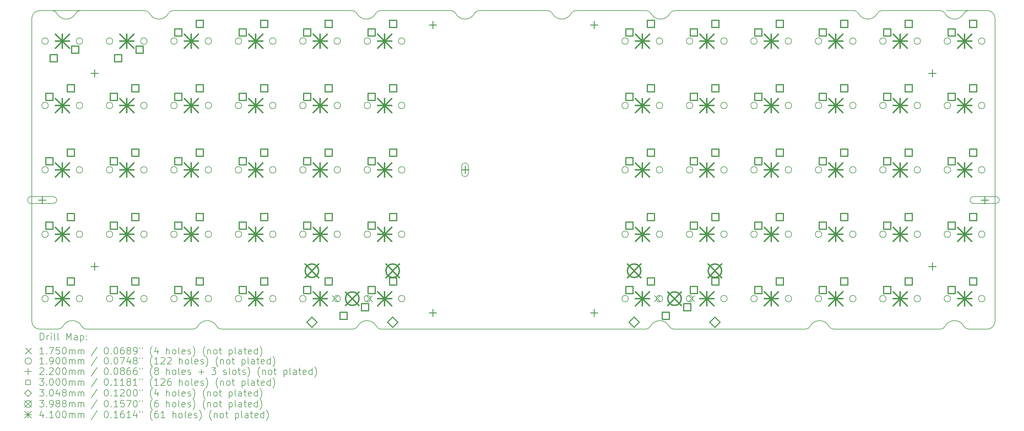
<source format=gbr>
%FSLAX45Y45*%
G04 Gerber Fmt 4.5, Leading zero omitted, Abs format (unit mm)*
G04 Created by KiCad (PCBNEW (6.0.0)) date 2022-12-30 20:57:39*
%MOMM*%
%LPD*%
G01*
G04 APERTURE LIST*
%TA.AperFunction,Profile*%
%ADD10C,0.200000*%
%TD*%
%ADD11C,0.200000*%
%ADD12C,0.175000*%
%ADD13C,0.190000*%
%ADD14C,0.220000*%
%ADD15C,0.300000*%
%ADD16C,0.304800*%
%ADD17C,0.398780*%
%ADD18C,0.410000*%
G04 APERTURE END LIST*
D10*
X32443960Y-14319961D02*
X32443960Y-5349961D01*
X4198960Y-5124961D02*
G75*
G03*
X3973960Y-5349961I0J-225000D01*
G01*
X3973960Y-14319961D02*
X3973960Y-5349961D01*
X32443960Y-5349961D02*
G75*
G03*
X32218960Y-5124961I-225000J0D01*
G01*
X32218960Y-14544961D02*
G75*
G03*
X32443960Y-14319961I0J225000D01*
G01*
X3973960Y-14319961D02*
G75*
G03*
X4198960Y-14544961I225000J0D01*
G01*
X5414150Y-5124961D02*
X4198960Y-5124961D01*
X32218960Y-5124961D02*
X31003770Y-5124961D01*
X19225399Y-5124961D02*
X17192521Y-5124961D01*
X4713715Y-5205606D02*
G75*
G03*
X5272329Y-5205606I279307J145645D01*
G01*
X22815957Y-14464941D02*
G75*
G03*
X22257342Y-14464941I-279307J-145645D01*
G01*
X8747900Y-14544961D02*
X5583926Y-14544961D01*
X7452153Y-5205606D02*
G75*
G03*
X7319149Y-5124961I-133003J-69355D01*
G01*
X31658615Y-5124961D02*
X32218960Y-5124961D01*
X28407153Y-5205606D02*
G75*
G03*
X28965767Y-5205606I279307J145645D01*
G01*
X13468960Y-14545586D02*
G75*
G03*
X13601963Y-14464941I0J150000D01*
G01*
X4759305Y-14544961D02*
X4198960Y-14544961D01*
X14160578Y-14464941D02*
G75*
G03*
X14293581Y-14545586I133004J69355D01*
G01*
X30966997Y-5205606D02*
G75*
G03*
X31525611Y-5205606I279307J145645D01*
G01*
X22124339Y-14545586D02*
G75*
G03*
X22257342Y-14464941I0J150000D01*
G01*
X30833994Y-14544961D02*
X27670021Y-14544961D01*
X5450923Y-14464316D02*
G75*
G03*
X5583926Y-14544961I133004J69355D01*
G01*
X31525611Y-14464316D02*
G75*
G03*
X31658615Y-14544961I133003J69355D01*
G01*
X4759305Y-14544961D02*
G75*
G03*
X4892309Y-14464316I0J150000D01*
G01*
X20050021Y-5124961D02*
X22144339Y-5125586D01*
X4198960Y-5124961D02*
G75*
G03*
X3973960Y-5349961I0J-225000D01*
G01*
X19358403Y-5205606D02*
G75*
G03*
X19917017Y-5205606I279307J145645D01*
G01*
X16367899Y-5124961D02*
X14273581Y-5125586D01*
X4580711Y-5124961D02*
X4198960Y-5124961D01*
X9439517Y-14464316D02*
G75*
G03*
X8880903Y-14464316I-279307J-145645D01*
G01*
X13448960Y-5125586D02*
X8143770Y-5124961D01*
X13581963Y-5206231D02*
G75*
G03*
X14140578Y-5206231I279307J145645D01*
G01*
X32443960Y-14319961D02*
X32443960Y-5349961D01*
X5450923Y-14464316D02*
G75*
G03*
X4892309Y-14464316I-279307J-145645D01*
G01*
X31658615Y-5124961D02*
G75*
G03*
X31525611Y-5205606I0J-150000D01*
G01*
X22968960Y-5125586D02*
G75*
G03*
X22835956Y-5206231I0J-150000D01*
G01*
X26845399Y-14544961D02*
G75*
G03*
X26978403Y-14464316I0J150000D01*
G01*
X28407153Y-5205606D02*
G75*
G03*
X28274149Y-5124961I-133003J-69355D01*
G01*
X32218960Y-14544961D02*
G75*
G03*
X32443960Y-14319961I0J225000D01*
G01*
X27537017Y-14464316D02*
G75*
G03*
X27670021Y-14544961I133004J69355D01*
G01*
X14273581Y-5125586D02*
G75*
G03*
X14140578Y-5206231I0J-150000D01*
G01*
X30833994Y-5124961D02*
X29098771Y-5124961D01*
X30833994Y-14544961D02*
G75*
G03*
X30966997Y-14464316I0J150000D01*
G01*
X14160578Y-14464941D02*
G75*
G03*
X13601963Y-14464941I-279307J-145645D01*
G01*
X4713715Y-5205606D02*
G75*
G03*
X4580711Y-5124961I-133003J-69355D01*
G01*
X13581963Y-5206231D02*
G75*
G03*
X13448960Y-5125586I-133003J-69355D01*
G01*
X16500903Y-5205606D02*
G75*
G03*
X17059517Y-5205606I279307J145645D01*
G01*
X30966997Y-5205606D02*
G75*
G03*
X30833994Y-5124961I-133004J-69355D01*
G01*
X27537017Y-14464316D02*
G75*
G03*
X26978403Y-14464316I-279307J-145645D01*
G01*
X20050021Y-5124961D02*
G75*
G03*
X19917017Y-5205606I0J-150000D01*
G01*
X31658615Y-14544961D02*
X32218960Y-14544961D01*
X3973960Y-14319961D02*
G75*
G03*
X4198960Y-14544961I225000J0D01*
G01*
X8143770Y-5124961D02*
G75*
G03*
X8010767Y-5205606I0J-150000D01*
G01*
X29098771Y-5124961D02*
G75*
G03*
X28965767Y-5205606I0J-150000D01*
G01*
X22815957Y-14464941D02*
G75*
G03*
X22948960Y-14545586I133004J69355D01*
G01*
X22277342Y-5206231D02*
G75*
G03*
X22835956Y-5206231I279307J145645D01*
G01*
X16500903Y-5205606D02*
G75*
G03*
X16367899Y-5124961I-133003J-69355D01*
G01*
X7319149Y-5124961D02*
X5405332Y-5124961D01*
X19358403Y-5205606D02*
G75*
G03*
X19225399Y-5124961I-133003J-69355D01*
G01*
X17192521Y-5124961D02*
G75*
G03*
X17059517Y-5205606I0J-150000D01*
G01*
X32443960Y-5349961D02*
G75*
G03*
X32218960Y-5124961I-225000J0D01*
G01*
X7452153Y-5205606D02*
G75*
G03*
X8010767Y-5205606I279307J145645D01*
G01*
X3973960Y-14319961D02*
X3973960Y-5349961D01*
X31525611Y-14464316D02*
G75*
G03*
X30966997Y-14464316I-279307J-145645D01*
G01*
X22277342Y-5206231D02*
G75*
G03*
X22144339Y-5125586I-133004J-69355D01*
G01*
X28274149Y-5124961D02*
X22968960Y-5125586D01*
X22948960Y-14545586D02*
X26845399Y-14544961D01*
X22124339Y-14545586D02*
X14293581Y-14545586D01*
X9439517Y-14464316D02*
G75*
G03*
X9572521Y-14544961I133004J69355D01*
G01*
X13468960Y-14545586D02*
X9572521Y-14544961D01*
X8747900Y-14544961D02*
G75*
G03*
X8880903Y-14464316I0J150000D01*
G01*
X5405332Y-5124961D02*
G75*
G03*
X5272329Y-5205606I0J-150000D01*
G01*
D11*
D12*
X12850969Y-13557473D02*
X13025969Y-13732473D01*
X13025969Y-13557473D02*
X12850969Y-13732473D01*
X13866969Y-13557473D02*
X14041969Y-13732473D01*
X14041969Y-13557473D02*
X13866969Y-13732473D01*
X22375977Y-13557473D02*
X22550977Y-13732473D01*
X22550977Y-13557473D02*
X22375977Y-13732473D01*
X23391977Y-13557473D02*
X23566977Y-13732473D01*
X23566977Y-13557473D02*
X23391977Y-13732473D01*
D13*
X4460957Y-6024961D02*
G75*
G03*
X4460957Y-6024961I-95000J0D01*
G01*
X4460962Y-7929968D02*
G75*
G03*
X4460962Y-7929968I-95000J0D01*
G01*
X4460962Y-9834970D02*
G75*
G03*
X4460962Y-9834970I-95000J0D01*
G01*
X4460962Y-11739971D02*
G75*
G03*
X4460962Y-11739971I-95000J0D01*
G01*
X4460962Y-13644973D02*
G75*
G03*
X4460962Y-13644973I-95000J0D01*
G01*
X5476957Y-6024961D02*
G75*
G03*
X5476957Y-6024961I-95000J0D01*
G01*
X5476962Y-7929968D02*
G75*
G03*
X5476962Y-7929968I-95000J0D01*
G01*
X5476962Y-9834970D02*
G75*
G03*
X5476962Y-9834970I-95000J0D01*
G01*
X5476962Y-11739971D02*
G75*
G03*
X5476962Y-11739971I-95000J0D01*
G01*
X5476962Y-13644973D02*
G75*
G03*
X5476962Y-13644973I-95000J0D01*
G01*
X6365963Y-6024966D02*
G75*
G03*
X6365963Y-6024966I-95000J0D01*
G01*
X6365963Y-7929968D02*
G75*
G03*
X6365963Y-7929968I-95000J0D01*
G01*
X6365963Y-9834970D02*
G75*
G03*
X6365963Y-9834970I-95000J0D01*
G01*
X6365963Y-11739971D02*
G75*
G03*
X6365963Y-11739971I-95000J0D01*
G01*
X6365963Y-13644973D02*
G75*
G03*
X6365963Y-13644973I-95000J0D01*
G01*
X7381963Y-6024966D02*
G75*
G03*
X7381963Y-6024966I-95000J0D01*
G01*
X7381963Y-7929968D02*
G75*
G03*
X7381963Y-7929968I-95000J0D01*
G01*
X7381963Y-9834970D02*
G75*
G03*
X7381963Y-9834970I-95000J0D01*
G01*
X7381963Y-11739971D02*
G75*
G03*
X7381963Y-11739971I-95000J0D01*
G01*
X7381963Y-13644973D02*
G75*
G03*
X7381963Y-13644973I-95000J0D01*
G01*
X8270965Y-6024966D02*
G75*
G03*
X8270965Y-6024966I-95000J0D01*
G01*
X8270965Y-7929968D02*
G75*
G03*
X8270965Y-7929968I-95000J0D01*
G01*
X8270965Y-9834970D02*
G75*
G03*
X8270965Y-9834970I-95000J0D01*
G01*
X8270965Y-11739971D02*
G75*
G03*
X8270965Y-11739971I-95000J0D01*
G01*
X8270965Y-13644973D02*
G75*
G03*
X8270965Y-13644973I-95000J0D01*
G01*
X9286965Y-6024966D02*
G75*
G03*
X9286965Y-6024966I-95000J0D01*
G01*
X9286965Y-7929968D02*
G75*
G03*
X9286965Y-7929968I-95000J0D01*
G01*
X9286965Y-9834970D02*
G75*
G03*
X9286965Y-9834970I-95000J0D01*
G01*
X9286965Y-11739971D02*
G75*
G03*
X9286965Y-11739971I-95000J0D01*
G01*
X9286965Y-13644973D02*
G75*
G03*
X9286965Y-13644973I-95000J0D01*
G01*
X10175966Y-6024966D02*
G75*
G03*
X10175966Y-6024966I-95000J0D01*
G01*
X10175966Y-7929968D02*
G75*
G03*
X10175966Y-7929968I-95000J0D01*
G01*
X10175966Y-9834970D02*
G75*
G03*
X10175966Y-9834970I-95000J0D01*
G01*
X10175966Y-11739971D02*
G75*
G03*
X10175966Y-11739971I-95000J0D01*
G01*
X10175966Y-13644973D02*
G75*
G03*
X10175966Y-13644973I-95000J0D01*
G01*
X11191966Y-6024966D02*
G75*
G03*
X11191966Y-6024966I-95000J0D01*
G01*
X11191966Y-7929968D02*
G75*
G03*
X11191966Y-7929968I-95000J0D01*
G01*
X11191966Y-9834970D02*
G75*
G03*
X11191966Y-9834970I-95000J0D01*
G01*
X11191966Y-11739971D02*
G75*
G03*
X11191966Y-11739971I-95000J0D01*
G01*
X11191966Y-13644973D02*
G75*
G03*
X11191966Y-13644973I-95000J0D01*
G01*
X12080968Y-6024966D02*
G75*
G03*
X12080968Y-6024966I-95000J0D01*
G01*
X12080968Y-7929968D02*
G75*
G03*
X12080968Y-7929968I-95000J0D01*
G01*
X12080968Y-9834970D02*
G75*
G03*
X12080968Y-9834970I-95000J0D01*
G01*
X12080968Y-11739971D02*
G75*
G03*
X12080968Y-11739971I-95000J0D01*
G01*
X12080968Y-13644973D02*
G75*
G03*
X12080968Y-13644973I-95000J0D01*
G01*
X13096968Y-6024966D02*
G75*
G03*
X13096968Y-6024966I-95000J0D01*
G01*
X13096968Y-7929968D02*
G75*
G03*
X13096968Y-7929968I-95000J0D01*
G01*
X13096968Y-9834970D02*
G75*
G03*
X13096968Y-9834970I-95000J0D01*
G01*
X13096968Y-11739971D02*
G75*
G03*
X13096968Y-11739971I-95000J0D01*
G01*
X13096968Y-13644973D02*
G75*
G03*
X13096968Y-13644973I-95000J0D01*
G01*
X13985970Y-6024966D02*
G75*
G03*
X13985970Y-6024966I-95000J0D01*
G01*
X13985970Y-7929968D02*
G75*
G03*
X13985970Y-7929968I-95000J0D01*
G01*
X13985970Y-9834970D02*
G75*
G03*
X13985970Y-9834970I-95000J0D01*
G01*
X13985970Y-11739971D02*
G75*
G03*
X13985970Y-11739971I-95000J0D01*
G01*
X13985970Y-13644973D02*
G75*
G03*
X13985970Y-13644973I-95000J0D01*
G01*
X15001970Y-6024966D02*
G75*
G03*
X15001970Y-6024966I-95000J0D01*
G01*
X15001970Y-7929968D02*
G75*
G03*
X15001970Y-7929968I-95000J0D01*
G01*
X15001970Y-9834970D02*
G75*
G03*
X15001970Y-9834970I-95000J0D01*
G01*
X15001970Y-11739971D02*
G75*
G03*
X15001970Y-11739971I-95000J0D01*
G01*
X15001970Y-13644973D02*
G75*
G03*
X15001970Y-13644973I-95000J0D01*
G01*
X21605976Y-6024966D02*
G75*
G03*
X21605976Y-6024966I-95000J0D01*
G01*
X21605976Y-7929968D02*
G75*
G03*
X21605976Y-7929968I-95000J0D01*
G01*
X21605976Y-9834970D02*
G75*
G03*
X21605976Y-9834970I-95000J0D01*
G01*
X21605976Y-9834970D02*
G75*
G03*
X21605976Y-9834970I-95000J0D01*
G01*
X21605976Y-11739971D02*
G75*
G03*
X21605976Y-11739971I-95000J0D01*
G01*
X21605976Y-13644973D02*
G75*
G03*
X21605976Y-13644973I-95000J0D01*
G01*
X22621976Y-6024966D02*
G75*
G03*
X22621976Y-6024966I-95000J0D01*
G01*
X22621976Y-7929968D02*
G75*
G03*
X22621976Y-7929968I-95000J0D01*
G01*
X22621976Y-9834970D02*
G75*
G03*
X22621976Y-9834970I-95000J0D01*
G01*
X22621976Y-9834970D02*
G75*
G03*
X22621976Y-9834970I-95000J0D01*
G01*
X22621976Y-11739971D02*
G75*
G03*
X22621976Y-11739971I-95000J0D01*
G01*
X22621976Y-13644973D02*
G75*
G03*
X22621976Y-13644973I-95000J0D01*
G01*
X23510978Y-6024966D02*
G75*
G03*
X23510978Y-6024966I-95000J0D01*
G01*
X23510978Y-7929968D02*
G75*
G03*
X23510978Y-7929968I-95000J0D01*
G01*
X23510978Y-9834970D02*
G75*
G03*
X23510978Y-9834970I-95000J0D01*
G01*
X23510978Y-11739971D02*
G75*
G03*
X23510978Y-11739971I-95000J0D01*
G01*
X23510978Y-13644973D02*
G75*
G03*
X23510978Y-13644973I-95000J0D01*
G01*
X24526978Y-6024966D02*
G75*
G03*
X24526978Y-6024966I-95000J0D01*
G01*
X24526978Y-7929968D02*
G75*
G03*
X24526978Y-7929968I-95000J0D01*
G01*
X24526978Y-9834970D02*
G75*
G03*
X24526978Y-9834970I-95000J0D01*
G01*
X24526978Y-11739971D02*
G75*
G03*
X24526978Y-11739971I-95000J0D01*
G01*
X24526978Y-13644973D02*
G75*
G03*
X24526978Y-13644973I-95000J0D01*
G01*
X25415979Y-6024966D02*
G75*
G03*
X25415979Y-6024966I-95000J0D01*
G01*
X25415979Y-7929968D02*
G75*
G03*
X25415979Y-7929968I-95000J0D01*
G01*
X25415979Y-9834970D02*
G75*
G03*
X25415979Y-9834970I-95000J0D01*
G01*
X25415979Y-11739971D02*
G75*
G03*
X25415979Y-11739971I-95000J0D01*
G01*
X25415979Y-13644973D02*
G75*
G03*
X25415979Y-13644973I-95000J0D01*
G01*
X26431979Y-6024966D02*
G75*
G03*
X26431979Y-6024966I-95000J0D01*
G01*
X26431979Y-7929968D02*
G75*
G03*
X26431979Y-7929968I-95000J0D01*
G01*
X26431979Y-9834970D02*
G75*
G03*
X26431979Y-9834970I-95000J0D01*
G01*
X26431979Y-11739971D02*
G75*
G03*
X26431979Y-11739971I-95000J0D01*
G01*
X26431979Y-13644973D02*
G75*
G03*
X26431979Y-13644973I-95000J0D01*
G01*
X27320981Y-6024966D02*
G75*
G03*
X27320981Y-6024966I-95000J0D01*
G01*
X27320981Y-7929968D02*
G75*
G03*
X27320981Y-7929968I-95000J0D01*
G01*
X27320981Y-9834970D02*
G75*
G03*
X27320981Y-9834970I-95000J0D01*
G01*
X27320981Y-11739971D02*
G75*
G03*
X27320981Y-11739971I-95000J0D01*
G01*
X27320981Y-13644973D02*
G75*
G03*
X27320981Y-13644973I-95000J0D01*
G01*
X28336981Y-6024966D02*
G75*
G03*
X28336981Y-6024966I-95000J0D01*
G01*
X28336981Y-7929968D02*
G75*
G03*
X28336981Y-7929968I-95000J0D01*
G01*
X28336981Y-9834970D02*
G75*
G03*
X28336981Y-9834970I-95000J0D01*
G01*
X28336981Y-11739971D02*
G75*
G03*
X28336981Y-11739971I-95000J0D01*
G01*
X28336981Y-13644973D02*
G75*
G03*
X28336981Y-13644973I-95000J0D01*
G01*
X29225982Y-6024966D02*
G75*
G03*
X29225982Y-6024966I-95000J0D01*
G01*
X29225982Y-7929968D02*
G75*
G03*
X29225982Y-7929968I-95000J0D01*
G01*
X29225982Y-9834970D02*
G75*
G03*
X29225982Y-9834970I-95000J0D01*
G01*
X29225982Y-11739971D02*
G75*
G03*
X29225982Y-11739971I-95000J0D01*
G01*
X29225982Y-13644973D02*
G75*
G03*
X29225982Y-13644973I-95000J0D01*
G01*
X30241982Y-6024966D02*
G75*
G03*
X30241982Y-6024966I-95000J0D01*
G01*
X30241982Y-7929968D02*
G75*
G03*
X30241982Y-7929968I-95000J0D01*
G01*
X30241982Y-9834970D02*
G75*
G03*
X30241982Y-9834970I-95000J0D01*
G01*
X30241982Y-11739971D02*
G75*
G03*
X30241982Y-11739971I-95000J0D01*
G01*
X30241982Y-13644973D02*
G75*
G03*
X30241982Y-13644973I-95000J0D01*
G01*
X31130984Y-6024966D02*
G75*
G03*
X31130984Y-6024966I-95000J0D01*
G01*
X31130984Y-7929968D02*
G75*
G03*
X31130984Y-7929968I-95000J0D01*
G01*
X31130984Y-9834970D02*
G75*
G03*
X31130984Y-9834970I-95000J0D01*
G01*
X31130984Y-11739971D02*
G75*
G03*
X31130984Y-11739971I-95000J0D01*
G01*
X31130984Y-13644973D02*
G75*
G03*
X31130984Y-13644973I-95000J0D01*
G01*
X32146984Y-6024966D02*
G75*
G03*
X32146984Y-6024966I-95000J0D01*
G01*
X32146984Y-7929968D02*
G75*
G03*
X32146984Y-7929968I-95000J0D01*
G01*
X32146984Y-9834970D02*
G75*
G03*
X32146984Y-9834970I-95000J0D01*
G01*
X32146984Y-11739971D02*
G75*
G03*
X32146984Y-11739971I-95000J0D01*
G01*
X32146984Y-13644973D02*
G75*
G03*
X32146984Y-13644973I-95000J0D01*
G01*
D14*
X4278649Y-10617939D02*
X4278649Y-10837939D01*
X4168649Y-10727939D02*
X4388649Y-10727939D01*
D11*
X3948649Y-10827939D02*
X4608649Y-10827939D01*
X3948649Y-10627939D02*
X4608649Y-10627939D01*
X4608649Y-10827939D02*
G75*
G03*
X4608649Y-10627939I0J100000D01*
G01*
X3948649Y-10627939D02*
G75*
G03*
X3948649Y-10827939I0J-100000D01*
G01*
D14*
X5826462Y-6867467D02*
X5826462Y-7087467D01*
X5716462Y-6977467D02*
X5936462Y-6977467D01*
X5826462Y-12582472D02*
X5826462Y-12802472D01*
X5716462Y-12692472D02*
X5936462Y-12692472D01*
X15827721Y-5438716D02*
X15827721Y-5658716D01*
X15717721Y-5548716D02*
X15937721Y-5548716D01*
X15827721Y-13951692D02*
X15827721Y-14171692D01*
X15717721Y-14061692D02*
X15937721Y-14061692D01*
X16780222Y-9724970D02*
X16780222Y-9944970D01*
X16670222Y-9834970D02*
X16890222Y-9834970D01*
D11*
X16880222Y-9934970D02*
X16880222Y-9734970D01*
X16680222Y-9934970D02*
X16680222Y-9734970D01*
X16880222Y-9734970D02*
G75*
G03*
X16680222Y-9734970I-100000J0D01*
G01*
X16680222Y-9934970D02*
G75*
G03*
X16880222Y-9934970I100000J0D01*
G01*
D14*
X20590225Y-5438716D02*
X20590225Y-5658716D01*
X20480225Y-5548716D02*
X20700225Y-5548716D01*
X20590225Y-13951692D02*
X20590225Y-14171692D01*
X20480225Y-14061692D02*
X20700225Y-14061692D01*
X30591483Y-6867467D02*
X30591483Y-7087467D01*
X30481483Y-6977467D02*
X30701483Y-6977467D01*
X30591483Y-12582472D02*
X30591483Y-12802472D01*
X30481483Y-12692472D02*
X30701483Y-12692472D01*
X32139297Y-10617939D02*
X32139297Y-10837939D01*
X32029297Y-10727939D02*
X32249297Y-10727939D01*
D11*
X31809297Y-10827939D02*
X32469297Y-10827939D01*
X31809297Y-10627939D02*
X32469297Y-10627939D01*
X32469297Y-10827939D02*
G75*
G03*
X32469297Y-10627939I0J100000D01*
G01*
X31809297Y-10627939D02*
G75*
G03*
X31809297Y-10827939I0J-100000D01*
G01*
D15*
X4599029Y-7782035D02*
X4599029Y-7569901D01*
X4386895Y-7569901D01*
X4386895Y-7782035D01*
X4599029Y-7782035D01*
X4599029Y-9687037D02*
X4599029Y-9474903D01*
X4386895Y-9474903D01*
X4386895Y-9687037D01*
X4599029Y-9687037D01*
X4599029Y-11592038D02*
X4599029Y-11379904D01*
X4386895Y-11379904D01*
X4386895Y-11592038D01*
X4599029Y-11592038D01*
X4599029Y-13497040D02*
X4599029Y-13284906D01*
X4386895Y-13284906D01*
X4386895Y-13497040D01*
X4599029Y-13497040D01*
X4726024Y-6639028D02*
X4726024Y-6426894D01*
X4513890Y-6426894D01*
X4513890Y-6639028D01*
X4726024Y-6639028D01*
X5234029Y-7528035D02*
X5234029Y-7315901D01*
X5021895Y-7315901D01*
X5021895Y-7528035D01*
X5234029Y-7528035D01*
X5234029Y-9433037D02*
X5234029Y-9220903D01*
X5021895Y-9220903D01*
X5021895Y-9433037D01*
X5234029Y-9433037D01*
X5234029Y-11338038D02*
X5234029Y-11125904D01*
X5021895Y-11125904D01*
X5021895Y-11338038D01*
X5234029Y-11338038D01*
X5234029Y-13243040D02*
X5234029Y-13030906D01*
X5021895Y-13030906D01*
X5021895Y-13243040D01*
X5234029Y-13243040D01*
X5361024Y-6385028D02*
X5361024Y-6172894D01*
X5148890Y-6172894D01*
X5148890Y-6385028D01*
X5361024Y-6385028D01*
X6504030Y-7782035D02*
X6504030Y-7569901D01*
X6291896Y-7569901D01*
X6291896Y-7782035D01*
X6504030Y-7782035D01*
X6504030Y-9687037D02*
X6504030Y-9474903D01*
X6291896Y-9474903D01*
X6291896Y-9687037D01*
X6504030Y-9687037D01*
X6504030Y-11592038D02*
X6504030Y-11379904D01*
X6291896Y-11379904D01*
X6291896Y-11592038D01*
X6504030Y-11592038D01*
X6504030Y-13497040D02*
X6504030Y-13284906D01*
X6291896Y-13284906D01*
X6291896Y-13497040D01*
X6504030Y-13497040D01*
X6631030Y-6639033D02*
X6631030Y-6426899D01*
X6418896Y-6426899D01*
X6418896Y-6639033D01*
X6631030Y-6639033D01*
X7139030Y-7528035D02*
X7139030Y-7315901D01*
X6926896Y-7315901D01*
X6926896Y-7528035D01*
X7139030Y-7528035D01*
X7139030Y-9433037D02*
X7139030Y-9220903D01*
X6926896Y-9220903D01*
X6926896Y-9433037D01*
X7139030Y-9433037D01*
X7139030Y-11338038D02*
X7139030Y-11125904D01*
X6926896Y-11125904D01*
X6926896Y-11338038D01*
X7139030Y-11338038D01*
X7139030Y-13243040D02*
X7139030Y-13030906D01*
X6926896Y-13030906D01*
X6926896Y-13243040D01*
X7139030Y-13243040D01*
X7266030Y-6385033D02*
X7266030Y-6172899D01*
X7053896Y-6172899D01*
X7053896Y-6385033D01*
X7266030Y-6385033D01*
X8409032Y-5877033D02*
X8409032Y-5664899D01*
X8196898Y-5664899D01*
X8196898Y-5877033D01*
X8409032Y-5877033D01*
X8409032Y-7782035D02*
X8409032Y-7569901D01*
X8196898Y-7569901D01*
X8196898Y-7782035D01*
X8409032Y-7782035D01*
X8409032Y-9687037D02*
X8409032Y-9474903D01*
X8196898Y-9474903D01*
X8196898Y-9687037D01*
X8409032Y-9687037D01*
X8409032Y-11592038D02*
X8409032Y-11379904D01*
X8196898Y-11379904D01*
X8196898Y-11592038D01*
X8409032Y-11592038D01*
X8409032Y-13497040D02*
X8409032Y-13284906D01*
X8196898Y-13284906D01*
X8196898Y-13497040D01*
X8409032Y-13497040D01*
X9044032Y-5623033D02*
X9044032Y-5410899D01*
X8831898Y-5410899D01*
X8831898Y-5623033D01*
X9044032Y-5623033D01*
X9044032Y-7528035D02*
X9044032Y-7315901D01*
X8831898Y-7315901D01*
X8831898Y-7528035D01*
X9044032Y-7528035D01*
X9044032Y-9433037D02*
X9044032Y-9220903D01*
X8831898Y-9220903D01*
X8831898Y-9433037D01*
X9044032Y-9433037D01*
X9044032Y-11338038D02*
X9044032Y-11125904D01*
X8831898Y-11125904D01*
X8831898Y-11338038D01*
X9044032Y-11338038D01*
X9044032Y-13243040D02*
X9044032Y-13030906D01*
X8831898Y-13030906D01*
X8831898Y-13243040D01*
X9044032Y-13243040D01*
X10314033Y-5877033D02*
X10314033Y-5664899D01*
X10101899Y-5664899D01*
X10101899Y-5877033D01*
X10314033Y-5877033D01*
X10314033Y-7782035D02*
X10314033Y-7569901D01*
X10101899Y-7569901D01*
X10101899Y-7782035D01*
X10314033Y-7782035D01*
X10314033Y-9687037D02*
X10314033Y-9474903D01*
X10101899Y-9474903D01*
X10101899Y-9687037D01*
X10314033Y-9687037D01*
X10314033Y-11592038D02*
X10314033Y-11379904D01*
X10101899Y-11379904D01*
X10101899Y-11592038D01*
X10314033Y-11592038D01*
X10314033Y-13497040D02*
X10314033Y-13284906D01*
X10101899Y-13284906D01*
X10101899Y-13497040D01*
X10314033Y-13497040D01*
X10949033Y-5623033D02*
X10949033Y-5410899D01*
X10736899Y-5410899D01*
X10736899Y-5623033D01*
X10949033Y-5623033D01*
X10949033Y-7528035D02*
X10949033Y-7315901D01*
X10736899Y-7315901D01*
X10736899Y-7528035D01*
X10949033Y-7528035D01*
X10949033Y-9433037D02*
X10949033Y-9220903D01*
X10736899Y-9220903D01*
X10736899Y-9433037D01*
X10949033Y-9433037D01*
X10949033Y-11338038D02*
X10949033Y-11125904D01*
X10736899Y-11125904D01*
X10736899Y-11338038D01*
X10949033Y-11338038D01*
X10949033Y-13243040D02*
X10949033Y-13030906D01*
X10736899Y-13030906D01*
X10736899Y-13243040D01*
X10949033Y-13243040D01*
X12219035Y-5877033D02*
X12219035Y-5664899D01*
X12006901Y-5664899D01*
X12006901Y-5877033D01*
X12219035Y-5877033D01*
X12219035Y-7782035D02*
X12219035Y-7569901D01*
X12006901Y-7569901D01*
X12006901Y-7782035D01*
X12219035Y-7782035D01*
X12219035Y-9687037D02*
X12219035Y-9474903D01*
X12006901Y-9474903D01*
X12006901Y-9687037D01*
X12219035Y-9687037D01*
X12219035Y-11592038D02*
X12219035Y-11379904D01*
X12006901Y-11379904D01*
X12006901Y-11592038D01*
X12219035Y-11592038D01*
X12219035Y-13497040D02*
X12219035Y-13284906D01*
X12006901Y-13284906D01*
X12006901Y-13497040D01*
X12219035Y-13497040D01*
X12854035Y-5623033D02*
X12854035Y-5410899D01*
X12641901Y-5410899D01*
X12641901Y-5623033D01*
X12854035Y-5623033D01*
X12854035Y-7528035D02*
X12854035Y-7315901D01*
X12641901Y-7315901D01*
X12641901Y-7528035D01*
X12854035Y-7528035D01*
X12854035Y-9433037D02*
X12854035Y-9220903D01*
X12641901Y-9220903D01*
X12641901Y-9433037D01*
X12854035Y-9433037D01*
X12854035Y-11338038D02*
X12854035Y-11125904D01*
X12641901Y-11125904D01*
X12641901Y-11338038D01*
X12854035Y-11338038D01*
X12854035Y-13243040D02*
X12854035Y-13030906D01*
X12641901Y-13030906D01*
X12641901Y-13243040D01*
X12854035Y-13243040D01*
X13298536Y-14259040D02*
X13298536Y-14046906D01*
X13086402Y-14046906D01*
X13086402Y-14259040D01*
X13298536Y-14259040D01*
X13933536Y-14005040D02*
X13933536Y-13792906D01*
X13721402Y-13792906D01*
X13721402Y-14005040D01*
X13933536Y-14005040D01*
X14124037Y-5877033D02*
X14124037Y-5664899D01*
X13911903Y-5664899D01*
X13911903Y-5877033D01*
X14124037Y-5877033D01*
X14124037Y-7782035D02*
X14124037Y-7569901D01*
X13911903Y-7569901D01*
X13911903Y-7782035D01*
X14124037Y-7782035D01*
X14124037Y-9687037D02*
X14124037Y-9474903D01*
X13911903Y-9474903D01*
X13911903Y-9687037D01*
X14124037Y-9687037D01*
X14124037Y-11592038D02*
X14124037Y-11379904D01*
X13911903Y-11379904D01*
X13911903Y-11592038D01*
X14124037Y-11592038D01*
X14124037Y-13497040D02*
X14124037Y-13284906D01*
X13911903Y-13284906D01*
X13911903Y-13497040D01*
X14124037Y-13497040D01*
X14759037Y-5623033D02*
X14759037Y-5410899D01*
X14546903Y-5410899D01*
X14546903Y-5623033D01*
X14759037Y-5623033D01*
X14759037Y-7528035D02*
X14759037Y-7315901D01*
X14546903Y-7315901D01*
X14546903Y-7528035D01*
X14759037Y-7528035D01*
X14759037Y-9433037D02*
X14759037Y-9220903D01*
X14546903Y-9220903D01*
X14546903Y-9433037D01*
X14759037Y-9433037D01*
X14759037Y-11338038D02*
X14759037Y-11125904D01*
X14546903Y-11125904D01*
X14546903Y-11338038D01*
X14759037Y-11338038D01*
X14759037Y-13243040D02*
X14759037Y-13030906D01*
X14546903Y-13030906D01*
X14546903Y-13243040D01*
X14759037Y-13243040D01*
X21744043Y-5877033D02*
X21744043Y-5664899D01*
X21531909Y-5664899D01*
X21531909Y-5877033D01*
X21744043Y-5877033D01*
X21744043Y-7782035D02*
X21744043Y-7569901D01*
X21531909Y-7569901D01*
X21531909Y-7782035D01*
X21744043Y-7782035D01*
X21744043Y-9687037D02*
X21744043Y-9474903D01*
X21531909Y-9474903D01*
X21531909Y-9687037D01*
X21744043Y-9687037D01*
X21744043Y-9687037D02*
X21744043Y-9474903D01*
X21531909Y-9474903D01*
X21531909Y-9687037D01*
X21744043Y-9687037D01*
X21744043Y-11592038D02*
X21744043Y-11379904D01*
X21531909Y-11379904D01*
X21531909Y-11592038D01*
X21744043Y-11592038D01*
X21744043Y-13497040D02*
X21744043Y-13284906D01*
X21531909Y-13284906D01*
X21531909Y-13497040D01*
X21744043Y-13497040D01*
X22379043Y-5623033D02*
X22379043Y-5410899D01*
X22166909Y-5410899D01*
X22166909Y-5623033D01*
X22379043Y-5623033D01*
X22379043Y-7528035D02*
X22379043Y-7315901D01*
X22166909Y-7315901D01*
X22166909Y-7528035D01*
X22379043Y-7528035D01*
X22379043Y-9433037D02*
X22379043Y-9220903D01*
X22166909Y-9220903D01*
X22166909Y-9433037D01*
X22379043Y-9433037D01*
X22379043Y-9433037D02*
X22379043Y-9220903D01*
X22166909Y-9220903D01*
X22166909Y-9433037D01*
X22379043Y-9433037D01*
X22379043Y-11338038D02*
X22379043Y-11125904D01*
X22166909Y-11125904D01*
X22166909Y-11338038D01*
X22379043Y-11338038D01*
X22379043Y-13243040D02*
X22379043Y-13030906D01*
X22166909Y-13030906D01*
X22166909Y-13243040D01*
X22379043Y-13243040D01*
X22823544Y-14259040D02*
X22823544Y-14046906D01*
X22611410Y-14046906D01*
X22611410Y-14259040D01*
X22823544Y-14259040D01*
X23458544Y-14005040D02*
X23458544Y-13792906D01*
X23246410Y-13792906D01*
X23246410Y-14005040D01*
X23458544Y-14005040D01*
X23649045Y-5877033D02*
X23649045Y-5664899D01*
X23436911Y-5664899D01*
X23436911Y-5877033D01*
X23649045Y-5877033D01*
X23649045Y-7782035D02*
X23649045Y-7569901D01*
X23436911Y-7569901D01*
X23436911Y-7782035D01*
X23649045Y-7782035D01*
X23649045Y-9687037D02*
X23649045Y-9474903D01*
X23436911Y-9474903D01*
X23436911Y-9687037D01*
X23649045Y-9687037D01*
X23649045Y-11592038D02*
X23649045Y-11379904D01*
X23436911Y-11379904D01*
X23436911Y-11592038D01*
X23649045Y-11592038D01*
X23649045Y-13497040D02*
X23649045Y-13284906D01*
X23436911Y-13284906D01*
X23436911Y-13497040D01*
X23649045Y-13497040D01*
X24284045Y-5623033D02*
X24284045Y-5410899D01*
X24071911Y-5410899D01*
X24071911Y-5623033D01*
X24284045Y-5623033D01*
X24284045Y-7528035D02*
X24284045Y-7315901D01*
X24071911Y-7315901D01*
X24071911Y-7528035D01*
X24284045Y-7528035D01*
X24284045Y-9433037D02*
X24284045Y-9220903D01*
X24071911Y-9220903D01*
X24071911Y-9433037D01*
X24284045Y-9433037D01*
X24284045Y-11338038D02*
X24284045Y-11125904D01*
X24071911Y-11125904D01*
X24071911Y-11338038D01*
X24284045Y-11338038D01*
X24284045Y-13243040D02*
X24284045Y-13030906D01*
X24071911Y-13030906D01*
X24071911Y-13243040D01*
X24284045Y-13243040D01*
X25554046Y-5877033D02*
X25554046Y-5664899D01*
X25341912Y-5664899D01*
X25341912Y-5877033D01*
X25554046Y-5877033D01*
X25554046Y-7782035D02*
X25554046Y-7569901D01*
X25341912Y-7569901D01*
X25341912Y-7782035D01*
X25554046Y-7782035D01*
X25554046Y-9687037D02*
X25554046Y-9474903D01*
X25341912Y-9474903D01*
X25341912Y-9687037D01*
X25554046Y-9687037D01*
X25554046Y-11592038D02*
X25554046Y-11379904D01*
X25341912Y-11379904D01*
X25341912Y-11592038D01*
X25554046Y-11592038D01*
X25554046Y-13497040D02*
X25554046Y-13284906D01*
X25341912Y-13284906D01*
X25341912Y-13497040D01*
X25554046Y-13497040D01*
X26189046Y-5623033D02*
X26189046Y-5410899D01*
X25976912Y-5410899D01*
X25976912Y-5623033D01*
X26189046Y-5623033D01*
X26189046Y-7528035D02*
X26189046Y-7315901D01*
X25976912Y-7315901D01*
X25976912Y-7528035D01*
X26189046Y-7528035D01*
X26189046Y-9433037D02*
X26189046Y-9220903D01*
X25976912Y-9220903D01*
X25976912Y-9433037D01*
X26189046Y-9433037D01*
X26189046Y-11338038D02*
X26189046Y-11125904D01*
X25976912Y-11125904D01*
X25976912Y-11338038D01*
X26189046Y-11338038D01*
X26189046Y-13243040D02*
X26189046Y-13030906D01*
X25976912Y-13030906D01*
X25976912Y-13243040D01*
X26189046Y-13243040D01*
X27459048Y-5877033D02*
X27459048Y-5664899D01*
X27246914Y-5664899D01*
X27246914Y-5877033D01*
X27459048Y-5877033D01*
X27459048Y-7782035D02*
X27459048Y-7569901D01*
X27246914Y-7569901D01*
X27246914Y-7782035D01*
X27459048Y-7782035D01*
X27459048Y-9687037D02*
X27459048Y-9474903D01*
X27246914Y-9474903D01*
X27246914Y-9687037D01*
X27459048Y-9687037D01*
X27459048Y-11592038D02*
X27459048Y-11379904D01*
X27246914Y-11379904D01*
X27246914Y-11592038D01*
X27459048Y-11592038D01*
X27459048Y-13497040D02*
X27459048Y-13284906D01*
X27246914Y-13284906D01*
X27246914Y-13497040D01*
X27459048Y-13497040D01*
X28094048Y-5623033D02*
X28094048Y-5410899D01*
X27881914Y-5410899D01*
X27881914Y-5623033D01*
X28094048Y-5623033D01*
X28094048Y-7528035D02*
X28094048Y-7315901D01*
X27881914Y-7315901D01*
X27881914Y-7528035D01*
X28094048Y-7528035D01*
X28094048Y-9433037D02*
X28094048Y-9220903D01*
X27881914Y-9220903D01*
X27881914Y-9433037D01*
X28094048Y-9433037D01*
X28094048Y-11338038D02*
X28094048Y-11125904D01*
X27881914Y-11125904D01*
X27881914Y-11338038D01*
X28094048Y-11338038D01*
X28094048Y-13243040D02*
X28094048Y-13030906D01*
X27881914Y-13030906D01*
X27881914Y-13243040D01*
X28094048Y-13243040D01*
X29364049Y-5877033D02*
X29364049Y-5664899D01*
X29151915Y-5664899D01*
X29151915Y-5877033D01*
X29364049Y-5877033D01*
X29364049Y-7782035D02*
X29364049Y-7569901D01*
X29151915Y-7569901D01*
X29151915Y-7782035D01*
X29364049Y-7782035D01*
X29364049Y-9687037D02*
X29364049Y-9474903D01*
X29151915Y-9474903D01*
X29151915Y-9687037D01*
X29364049Y-9687037D01*
X29364049Y-11592038D02*
X29364049Y-11379904D01*
X29151915Y-11379904D01*
X29151915Y-11592038D01*
X29364049Y-11592038D01*
X29364049Y-13497040D02*
X29364049Y-13284906D01*
X29151915Y-13284906D01*
X29151915Y-13497040D01*
X29364049Y-13497040D01*
X29999049Y-5623033D02*
X29999049Y-5410899D01*
X29786915Y-5410899D01*
X29786915Y-5623033D01*
X29999049Y-5623033D01*
X29999049Y-7528035D02*
X29999049Y-7315901D01*
X29786915Y-7315901D01*
X29786915Y-7528035D01*
X29999049Y-7528035D01*
X29999049Y-9433037D02*
X29999049Y-9220903D01*
X29786915Y-9220903D01*
X29786915Y-9433037D01*
X29999049Y-9433037D01*
X29999049Y-11338038D02*
X29999049Y-11125904D01*
X29786915Y-11125904D01*
X29786915Y-11338038D01*
X29999049Y-11338038D01*
X29999049Y-13243040D02*
X29999049Y-13030906D01*
X29786915Y-13030906D01*
X29786915Y-13243040D01*
X29999049Y-13243040D01*
X31269051Y-5877033D02*
X31269051Y-5664899D01*
X31056917Y-5664899D01*
X31056917Y-5877033D01*
X31269051Y-5877033D01*
X31269051Y-7782035D02*
X31269051Y-7569901D01*
X31056917Y-7569901D01*
X31056917Y-7782035D01*
X31269051Y-7782035D01*
X31269051Y-9687037D02*
X31269051Y-9474903D01*
X31056917Y-9474903D01*
X31056917Y-9687037D01*
X31269051Y-9687037D01*
X31269051Y-11592038D02*
X31269051Y-11379904D01*
X31056917Y-11379904D01*
X31056917Y-11592038D01*
X31269051Y-11592038D01*
X31269051Y-13497040D02*
X31269051Y-13284906D01*
X31056917Y-13284906D01*
X31056917Y-13497040D01*
X31269051Y-13497040D01*
X31904051Y-5623033D02*
X31904051Y-5410899D01*
X31691917Y-5410899D01*
X31691917Y-5623033D01*
X31904051Y-5623033D01*
X31904051Y-7528035D02*
X31904051Y-7315901D01*
X31691917Y-7315901D01*
X31691917Y-7528035D01*
X31904051Y-7528035D01*
X31904051Y-9433037D02*
X31904051Y-9220903D01*
X31691917Y-9220903D01*
X31691917Y-9433037D01*
X31904051Y-9433037D01*
X31904051Y-11338038D02*
X31904051Y-11125904D01*
X31691917Y-11125904D01*
X31691917Y-11338038D01*
X31904051Y-11338038D01*
X31904051Y-13243040D02*
X31904051Y-13030906D01*
X31691917Y-13030906D01*
X31691917Y-13243040D01*
X31904051Y-13243040D01*
D16*
X12252669Y-14495873D02*
X12405069Y-14343473D01*
X12252669Y-14191073D01*
X12100269Y-14343473D01*
X12252669Y-14495873D01*
X14640269Y-14495873D02*
X14792669Y-14343473D01*
X14640269Y-14191073D01*
X14487869Y-14343473D01*
X14640269Y-14495873D01*
X21777677Y-14495873D02*
X21930077Y-14343473D01*
X21777677Y-14191073D01*
X21625277Y-14343473D01*
X21777677Y-14495873D01*
X24165277Y-14495873D02*
X24317677Y-14343473D01*
X24165277Y-14191073D01*
X24012877Y-14343473D01*
X24165277Y-14495873D01*
D17*
X12053279Y-12620083D02*
X12452059Y-13018863D01*
X12452059Y-12620083D02*
X12053279Y-13018863D01*
X12452059Y-12819473D02*
G75*
G03*
X12452059Y-12819473I-199390J0D01*
G01*
X13247079Y-13445583D02*
X13645859Y-13844363D01*
X13645859Y-13445583D02*
X13247079Y-13844363D01*
X13645859Y-13644973D02*
G75*
G03*
X13645859Y-13644973I-199390J0D01*
G01*
X14440879Y-12620083D02*
X14839659Y-13018863D01*
X14839659Y-12620083D02*
X14440879Y-13018863D01*
X14839659Y-12819473D02*
G75*
G03*
X14839659Y-12819473I-199390J0D01*
G01*
X21578287Y-12620083D02*
X21977067Y-13018863D01*
X21977067Y-12620083D02*
X21578287Y-13018863D01*
X21977067Y-12819473D02*
G75*
G03*
X21977067Y-12819473I-199390J0D01*
G01*
X22772087Y-13445583D02*
X23170867Y-13844363D01*
X23170867Y-13445583D02*
X22772087Y-13844363D01*
X23170867Y-13644973D02*
G75*
G03*
X23170867Y-13644973I-199390J0D01*
G01*
X23965887Y-12620083D02*
X24364667Y-13018863D01*
X24364667Y-12620083D02*
X23965887Y-13018863D01*
X24364667Y-12819473D02*
G75*
G03*
X24364667Y-12819473I-199390J0D01*
G01*
D18*
X4668957Y-5819961D02*
X5078957Y-6229961D01*
X5078957Y-5819961D02*
X4668957Y-6229961D01*
X4873957Y-5819961D02*
X4873957Y-6229961D01*
X4668957Y-6024961D02*
X5078957Y-6024961D01*
X4668962Y-7724968D02*
X5078962Y-8134968D01*
X5078962Y-7724968D02*
X4668962Y-8134968D01*
X4873962Y-7724968D02*
X4873962Y-8134968D01*
X4668962Y-7929968D02*
X5078962Y-7929968D01*
X4668962Y-9629970D02*
X5078962Y-10039970D01*
X5078962Y-9629970D02*
X4668962Y-10039970D01*
X4873962Y-9629970D02*
X4873962Y-10039970D01*
X4668962Y-9834970D02*
X5078962Y-9834970D01*
X4668962Y-11534971D02*
X5078962Y-11944971D01*
X5078962Y-11534971D02*
X4668962Y-11944971D01*
X4873962Y-11534971D02*
X4873962Y-11944971D01*
X4668962Y-11739971D02*
X5078962Y-11739971D01*
X4668962Y-13439973D02*
X5078962Y-13849973D01*
X5078962Y-13439973D02*
X4668962Y-13849973D01*
X4873962Y-13439973D02*
X4873962Y-13849973D01*
X4668962Y-13644973D02*
X5078962Y-13644973D01*
X6573963Y-5819966D02*
X6983963Y-6229966D01*
X6983963Y-5819966D02*
X6573963Y-6229966D01*
X6778963Y-5819966D02*
X6778963Y-6229966D01*
X6573963Y-6024966D02*
X6983963Y-6024966D01*
X6573963Y-7724968D02*
X6983963Y-8134968D01*
X6983963Y-7724968D02*
X6573963Y-8134968D01*
X6778963Y-7724968D02*
X6778963Y-8134968D01*
X6573963Y-7929968D02*
X6983963Y-7929968D01*
X6573963Y-9629970D02*
X6983963Y-10039970D01*
X6983963Y-9629970D02*
X6573963Y-10039970D01*
X6778963Y-9629970D02*
X6778963Y-10039970D01*
X6573963Y-9834970D02*
X6983963Y-9834970D01*
X6573963Y-11534971D02*
X6983963Y-11944971D01*
X6983963Y-11534971D02*
X6573963Y-11944971D01*
X6778963Y-11534971D02*
X6778963Y-11944971D01*
X6573963Y-11739971D02*
X6983963Y-11739971D01*
X6573963Y-13439973D02*
X6983963Y-13849973D01*
X6983963Y-13439973D02*
X6573963Y-13849973D01*
X6778963Y-13439973D02*
X6778963Y-13849973D01*
X6573963Y-13644973D02*
X6983963Y-13644973D01*
X8478965Y-5819966D02*
X8888965Y-6229966D01*
X8888965Y-5819966D02*
X8478965Y-6229966D01*
X8683965Y-5819966D02*
X8683965Y-6229966D01*
X8478965Y-6024966D02*
X8888965Y-6024966D01*
X8478965Y-7724968D02*
X8888965Y-8134968D01*
X8888965Y-7724968D02*
X8478965Y-8134968D01*
X8683965Y-7724968D02*
X8683965Y-8134968D01*
X8478965Y-7929968D02*
X8888965Y-7929968D01*
X8478965Y-9629970D02*
X8888965Y-10039970D01*
X8888965Y-9629970D02*
X8478965Y-10039970D01*
X8683965Y-9629970D02*
X8683965Y-10039970D01*
X8478965Y-9834970D02*
X8888965Y-9834970D01*
X8478965Y-11534971D02*
X8888965Y-11944971D01*
X8888965Y-11534971D02*
X8478965Y-11944971D01*
X8683965Y-11534971D02*
X8683965Y-11944971D01*
X8478965Y-11739971D02*
X8888965Y-11739971D01*
X8478965Y-13439973D02*
X8888965Y-13849973D01*
X8888965Y-13439973D02*
X8478965Y-13849973D01*
X8683965Y-13439973D02*
X8683965Y-13849973D01*
X8478965Y-13644973D02*
X8888965Y-13644973D01*
X10383966Y-5819966D02*
X10793966Y-6229966D01*
X10793966Y-5819966D02*
X10383966Y-6229966D01*
X10588966Y-5819966D02*
X10588966Y-6229966D01*
X10383966Y-6024966D02*
X10793966Y-6024966D01*
X10383966Y-7724968D02*
X10793966Y-8134968D01*
X10793966Y-7724968D02*
X10383966Y-8134968D01*
X10588966Y-7724968D02*
X10588966Y-8134968D01*
X10383966Y-7929968D02*
X10793966Y-7929968D01*
X10383966Y-9629970D02*
X10793966Y-10039970D01*
X10793966Y-9629970D02*
X10383966Y-10039970D01*
X10588966Y-9629970D02*
X10588966Y-10039970D01*
X10383966Y-9834970D02*
X10793966Y-9834970D01*
X10383966Y-11534971D02*
X10793966Y-11944971D01*
X10793966Y-11534971D02*
X10383966Y-11944971D01*
X10588966Y-11534971D02*
X10588966Y-11944971D01*
X10383966Y-11739971D02*
X10793966Y-11739971D01*
X10383966Y-13439973D02*
X10793966Y-13849973D01*
X10793966Y-13439973D02*
X10383966Y-13849973D01*
X10588966Y-13439973D02*
X10588966Y-13849973D01*
X10383966Y-13644973D02*
X10793966Y-13644973D01*
X12288968Y-5819966D02*
X12698968Y-6229966D01*
X12698968Y-5819966D02*
X12288968Y-6229966D01*
X12493968Y-5819966D02*
X12493968Y-6229966D01*
X12288968Y-6024966D02*
X12698968Y-6024966D01*
X12288968Y-7724968D02*
X12698968Y-8134968D01*
X12698968Y-7724968D02*
X12288968Y-8134968D01*
X12493968Y-7724968D02*
X12493968Y-8134968D01*
X12288968Y-7929968D02*
X12698968Y-7929968D01*
X12288968Y-9629970D02*
X12698968Y-10039970D01*
X12698968Y-9629970D02*
X12288968Y-10039970D01*
X12493968Y-9629970D02*
X12493968Y-10039970D01*
X12288968Y-9834970D02*
X12698968Y-9834970D01*
X12288968Y-11534971D02*
X12698968Y-11944971D01*
X12698968Y-11534971D02*
X12288968Y-11944971D01*
X12493968Y-11534971D02*
X12493968Y-11944971D01*
X12288968Y-11739971D02*
X12698968Y-11739971D01*
X12288968Y-13439973D02*
X12698968Y-13849973D01*
X12698968Y-13439973D02*
X12288968Y-13849973D01*
X12493968Y-13439973D02*
X12493968Y-13849973D01*
X12288968Y-13644973D02*
X12698968Y-13644973D01*
X14193970Y-5819966D02*
X14603970Y-6229966D01*
X14603970Y-5819966D02*
X14193970Y-6229966D01*
X14398970Y-5819966D02*
X14398970Y-6229966D01*
X14193970Y-6024966D02*
X14603970Y-6024966D01*
X14193970Y-7724968D02*
X14603970Y-8134968D01*
X14603970Y-7724968D02*
X14193970Y-8134968D01*
X14398970Y-7724968D02*
X14398970Y-8134968D01*
X14193970Y-7929968D02*
X14603970Y-7929968D01*
X14193970Y-9629970D02*
X14603970Y-10039970D01*
X14603970Y-9629970D02*
X14193970Y-10039970D01*
X14398970Y-9629970D02*
X14398970Y-10039970D01*
X14193970Y-9834970D02*
X14603970Y-9834970D01*
X14193970Y-11534971D02*
X14603970Y-11944971D01*
X14603970Y-11534971D02*
X14193970Y-11944971D01*
X14398970Y-11534971D02*
X14398970Y-11944971D01*
X14193970Y-11739971D02*
X14603970Y-11739971D01*
X14193970Y-13439973D02*
X14603970Y-13849973D01*
X14603970Y-13439973D02*
X14193970Y-13849973D01*
X14398970Y-13439973D02*
X14398970Y-13849973D01*
X14193970Y-13644973D02*
X14603970Y-13644973D01*
X21813976Y-5819966D02*
X22223976Y-6229966D01*
X22223976Y-5819966D02*
X21813976Y-6229966D01*
X22018976Y-5819966D02*
X22018976Y-6229966D01*
X21813976Y-6024966D02*
X22223976Y-6024966D01*
X21813976Y-7724968D02*
X22223976Y-8134968D01*
X22223976Y-7724968D02*
X21813976Y-8134968D01*
X22018976Y-7724968D02*
X22018976Y-8134968D01*
X21813976Y-7929968D02*
X22223976Y-7929968D01*
X21813976Y-9629970D02*
X22223976Y-10039970D01*
X22223976Y-9629970D02*
X21813976Y-10039970D01*
X22018976Y-9629970D02*
X22018976Y-10039970D01*
X21813976Y-9834970D02*
X22223976Y-9834970D01*
X21813976Y-9629970D02*
X22223976Y-10039970D01*
X22223976Y-9629970D02*
X21813976Y-10039970D01*
X22018976Y-9629970D02*
X22018976Y-10039970D01*
X21813976Y-9834970D02*
X22223976Y-9834970D01*
X21813976Y-11534971D02*
X22223976Y-11944971D01*
X22223976Y-11534971D02*
X21813976Y-11944971D01*
X22018976Y-11534971D02*
X22018976Y-11944971D01*
X21813976Y-11739971D02*
X22223976Y-11739971D01*
X21813976Y-13439973D02*
X22223976Y-13849973D01*
X22223976Y-13439973D02*
X21813976Y-13849973D01*
X22018976Y-13439973D02*
X22018976Y-13849973D01*
X21813976Y-13644973D02*
X22223976Y-13644973D01*
X23718978Y-5819966D02*
X24128978Y-6229966D01*
X24128978Y-5819966D02*
X23718978Y-6229966D01*
X23923978Y-5819966D02*
X23923978Y-6229966D01*
X23718978Y-6024966D02*
X24128978Y-6024966D01*
X23718978Y-7724968D02*
X24128978Y-8134968D01*
X24128978Y-7724968D02*
X23718978Y-8134968D01*
X23923978Y-7724968D02*
X23923978Y-8134968D01*
X23718978Y-7929968D02*
X24128978Y-7929968D01*
X23718978Y-9629970D02*
X24128978Y-10039970D01*
X24128978Y-9629970D02*
X23718978Y-10039970D01*
X23923978Y-9629970D02*
X23923978Y-10039970D01*
X23718978Y-9834970D02*
X24128978Y-9834970D01*
X23718978Y-11534971D02*
X24128978Y-11944971D01*
X24128978Y-11534971D02*
X23718978Y-11944971D01*
X23923978Y-11534971D02*
X23923978Y-11944971D01*
X23718978Y-11739971D02*
X24128978Y-11739971D01*
X23718978Y-13439973D02*
X24128978Y-13849973D01*
X24128978Y-13439973D02*
X23718978Y-13849973D01*
X23923978Y-13439973D02*
X23923978Y-13849973D01*
X23718978Y-13644973D02*
X24128978Y-13644973D01*
X25623979Y-5819966D02*
X26033979Y-6229966D01*
X26033979Y-5819966D02*
X25623979Y-6229966D01*
X25828979Y-5819966D02*
X25828979Y-6229966D01*
X25623979Y-6024966D02*
X26033979Y-6024966D01*
X25623979Y-7724968D02*
X26033979Y-8134968D01*
X26033979Y-7724968D02*
X25623979Y-8134968D01*
X25828979Y-7724968D02*
X25828979Y-8134968D01*
X25623979Y-7929968D02*
X26033979Y-7929968D01*
X25623979Y-9629970D02*
X26033979Y-10039970D01*
X26033979Y-9629970D02*
X25623979Y-10039970D01*
X25828979Y-9629970D02*
X25828979Y-10039970D01*
X25623979Y-9834970D02*
X26033979Y-9834970D01*
X25623979Y-11534971D02*
X26033979Y-11944971D01*
X26033979Y-11534971D02*
X25623979Y-11944971D01*
X25828979Y-11534971D02*
X25828979Y-11944971D01*
X25623979Y-11739971D02*
X26033979Y-11739971D01*
X25623979Y-13439973D02*
X26033979Y-13849973D01*
X26033979Y-13439973D02*
X25623979Y-13849973D01*
X25828979Y-13439973D02*
X25828979Y-13849973D01*
X25623979Y-13644973D02*
X26033979Y-13644973D01*
X27528981Y-5819966D02*
X27938981Y-6229966D01*
X27938981Y-5819966D02*
X27528981Y-6229966D01*
X27733981Y-5819966D02*
X27733981Y-6229966D01*
X27528981Y-6024966D02*
X27938981Y-6024966D01*
X27528981Y-7724968D02*
X27938981Y-8134968D01*
X27938981Y-7724968D02*
X27528981Y-8134968D01*
X27733981Y-7724968D02*
X27733981Y-8134968D01*
X27528981Y-7929968D02*
X27938981Y-7929968D01*
X27528981Y-9629970D02*
X27938981Y-10039970D01*
X27938981Y-9629970D02*
X27528981Y-10039970D01*
X27733981Y-9629970D02*
X27733981Y-10039970D01*
X27528981Y-9834970D02*
X27938981Y-9834970D01*
X27528981Y-11534971D02*
X27938981Y-11944971D01*
X27938981Y-11534971D02*
X27528981Y-11944971D01*
X27733981Y-11534971D02*
X27733981Y-11944971D01*
X27528981Y-11739971D02*
X27938981Y-11739971D01*
X27528981Y-13439973D02*
X27938981Y-13849973D01*
X27938981Y-13439973D02*
X27528981Y-13849973D01*
X27733981Y-13439973D02*
X27733981Y-13849973D01*
X27528981Y-13644973D02*
X27938981Y-13644973D01*
X29433982Y-5819966D02*
X29843982Y-6229966D01*
X29843982Y-5819966D02*
X29433982Y-6229966D01*
X29638982Y-5819966D02*
X29638982Y-6229966D01*
X29433982Y-6024966D02*
X29843982Y-6024966D01*
X29433982Y-7724968D02*
X29843982Y-8134968D01*
X29843982Y-7724968D02*
X29433982Y-8134968D01*
X29638982Y-7724968D02*
X29638982Y-8134968D01*
X29433982Y-7929968D02*
X29843982Y-7929968D01*
X29433982Y-9629970D02*
X29843982Y-10039970D01*
X29843982Y-9629970D02*
X29433982Y-10039970D01*
X29638982Y-9629970D02*
X29638982Y-10039970D01*
X29433982Y-9834970D02*
X29843982Y-9834970D01*
X29433982Y-11534971D02*
X29843982Y-11944971D01*
X29843982Y-11534971D02*
X29433982Y-11944971D01*
X29638982Y-11534971D02*
X29638982Y-11944971D01*
X29433982Y-11739971D02*
X29843982Y-11739971D01*
X29433982Y-13439973D02*
X29843982Y-13849973D01*
X29843982Y-13439973D02*
X29433982Y-13849973D01*
X29638982Y-13439973D02*
X29638982Y-13849973D01*
X29433982Y-13644973D02*
X29843982Y-13644973D01*
X31338984Y-5819966D02*
X31748984Y-6229966D01*
X31748984Y-5819966D02*
X31338984Y-6229966D01*
X31543984Y-5819966D02*
X31543984Y-6229966D01*
X31338984Y-6024966D02*
X31748984Y-6024966D01*
X31338984Y-7724968D02*
X31748984Y-8134968D01*
X31748984Y-7724968D02*
X31338984Y-8134968D01*
X31543984Y-7724968D02*
X31543984Y-8134968D01*
X31338984Y-7929968D02*
X31748984Y-7929968D01*
X31338984Y-9629970D02*
X31748984Y-10039970D01*
X31748984Y-9629970D02*
X31338984Y-10039970D01*
X31543984Y-9629970D02*
X31543984Y-10039970D01*
X31338984Y-9834970D02*
X31748984Y-9834970D01*
X31338984Y-11534971D02*
X31748984Y-11944971D01*
X31748984Y-11534971D02*
X31338984Y-11944971D01*
X31543984Y-11534971D02*
X31543984Y-11944971D01*
X31338984Y-11739971D02*
X31748984Y-11739971D01*
X31338984Y-13439973D02*
X31748984Y-13849973D01*
X31748984Y-13439973D02*
X31338984Y-13849973D01*
X31543984Y-13439973D02*
X31543984Y-13849973D01*
X31338984Y-13644973D02*
X31748984Y-13644973D01*
D11*
X4221579Y-14866062D02*
X4221579Y-14666062D01*
X4269198Y-14666062D01*
X4297770Y-14675586D01*
X4316817Y-14694634D01*
X4326341Y-14713681D01*
X4335865Y-14751776D01*
X4335865Y-14780348D01*
X4326341Y-14818443D01*
X4316817Y-14837491D01*
X4297770Y-14856538D01*
X4269198Y-14866062D01*
X4221579Y-14866062D01*
X4421579Y-14866062D02*
X4421579Y-14732729D01*
X4421579Y-14770824D02*
X4431103Y-14751776D01*
X4440627Y-14742253D01*
X4459674Y-14732729D01*
X4478722Y-14732729D01*
X4545389Y-14866062D02*
X4545389Y-14732729D01*
X4545389Y-14666062D02*
X4535865Y-14675586D01*
X4545389Y-14685110D01*
X4554912Y-14675586D01*
X4545389Y-14666062D01*
X4545389Y-14685110D01*
X4669198Y-14866062D02*
X4650150Y-14856538D01*
X4640627Y-14837491D01*
X4640627Y-14666062D01*
X4773960Y-14866062D02*
X4754912Y-14856538D01*
X4745389Y-14837491D01*
X4745389Y-14666062D01*
X5002531Y-14866062D02*
X5002531Y-14666062D01*
X5069198Y-14808919D01*
X5135865Y-14666062D01*
X5135865Y-14866062D01*
X5316817Y-14866062D02*
X5316817Y-14761300D01*
X5307293Y-14742253D01*
X5288246Y-14732729D01*
X5250150Y-14732729D01*
X5231103Y-14742253D01*
X5316817Y-14856538D02*
X5297770Y-14866062D01*
X5250150Y-14866062D01*
X5231103Y-14856538D01*
X5221579Y-14837491D01*
X5221579Y-14818443D01*
X5231103Y-14799395D01*
X5250150Y-14789872D01*
X5297770Y-14789872D01*
X5316817Y-14780348D01*
X5412055Y-14732729D02*
X5412055Y-14932729D01*
X5412055Y-14742253D02*
X5431103Y-14732729D01*
X5469198Y-14732729D01*
X5488246Y-14742253D01*
X5497770Y-14751776D01*
X5507293Y-14770824D01*
X5507293Y-14827967D01*
X5497770Y-14847014D01*
X5488246Y-14856538D01*
X5469198Y-14866062D01*
X5431103Y-14866062D01*
X5412055Y-14856538D01*
X5593008Y-14847014D02*
X5602531Y-14856538D01*
X5593008Y-14866062D01*
X5583484Y-14856538D01*
X5593008Y-14847014D01*
X5593008Y-14866062D01*
X5593008Y-14742253D02*
X5602531Y-14751776D01*
X5593008Y-14761300D01*
X5583484Y-14751776D01*
X5593008Y-14742253D01*
X5593008Y-14761300D01*
D12*
X3788960Y-15108086D02*
X3963960Y-15283086D01*
X3963960Y-15108086D02*
X3788960Y-15283086D01*
D11*
X4326341Y-15286062D02*
X4212055Y-15286062D01*
X4269198Y-15286062D02*
X4269198Y-15086062D01*
X4250150Y-15114634D01*
X4231103Y-15133681D01*
X4212055Y-15143205D01*
X4412055Y-15267014D02*
X4421579Y-15276538D01*
X4412055Y-15286062D01*
X4402531Y-15276538D01*
X4412055Y-15267014D01*
X4412055Y-15286062D01*
X4488246Y-15086062D02*
X4621579Y-15086062D01*
X4535865Y-15286062D01*
X4793008Y-15086062D02*
X4697770Y-15086062D01*
X4688246Y-15181300D01*
X4697770Y-15171776D01*
X4716817Y-15162253D01*
X4764436Y-15162253D01*
X4783484Y-15171776D01*
X4793008Y-15181300D01*
X4802531Y-15200348D01*
X4802531Y-15247967D01*
X4793008Y-15267014D01*
X4783484Y-15276538D01*
X4764436Y-15286062D01*
X4716817Y-15286062D01*
X4697770Y-15276538D01*
X4688246Y-15267014D01*
X4926341Y-15086062D02*
X4945389Y-15086062D01*
X4964436Y-15095586D01*
X4973960Y-15105110D01*
X4983484Y-15124157D01*
X4993008Y-15162253D01*
X4993008Y-15209872D01*
X4983484Y-15247967D01*
X4973960Y-15267014D01*
X4964436Y-15276538D01*
X4945389Y-15286062D01*
X4926341Y-15286062D01*
X4907293Y-15276538D01*
X4897770Y-15267014D01*
X4888246Y-15247967D01*
X4878722Y-15209872D01*
X4878722Y-15162253D01*
X4888246Y-15124157D01*
X4897770Y-15105110D01*
X4907293Y-15095586D01*
X4926341Y-15086062D01*
X5078722Y-15286062D02*
X5078722Y-15152729D01*
X5078722Y-15171776D02*
X5088246Y-15162253D01*
X5107293Y-15152729D01*
X5135865Y-15152729D01*
X5154912Y-15162253D01*
X5164436Y-15181300D01*
X5164436Y-15286062D01*
X5164436Y-15181300D02*
X5173960Y-15162253D01*
X5193008Y-15152729D01*
X5221579Y-15152729D01*
X5240627Y-15162253D01*
X5250150Y-15181300D01*
X5250150Y-15286062D01*
X5345389Y-15286062D02*
X5345389Y-15152729D01*
X5345389Y-15171776D02*
X5354912Y-15162253D01*
X5373960Y-15152729D01*
X5402531Y-15152729D01*
X5421579Y-15162253D01*
X5431103Y-15181300D01*
X5431103Y-15286062D01*
X5431103Y-15181300D02*
X5440627Y-15162253D01*
X5459674Y-15152729D01*
X5488246Y-15152729D01*
X5507293Y-15162253D01*
X5516817Y-15181300D01*
X5516817Y-15286062D01*
X5907293Y-15076538D02*
X5735865Y-15333681D01*
X6164436Y-15086062D02*
X6183484Y-15086062D01*
X6202531Y-15095586D01*
X6212055Y-15105110D01*
X6221579Y-15124157D01*
X6231103Y-15162253D01*
X6231103Y-15209872D01*
X6221579Y-15247967D01*
X6212055Y-15267014D01*
X6202531Y-15276538D01*
X6183484Y-15286062D01*
X6164436Y-15286062D01*
X6145388Y-15276538D01*
X6135865Y-15267014D01*
X6126341Y-15247967D01*
X6116817Y-15209872D01*
X6116817Y-15162253D01*
X6126341Y-15124157D01*
X6135865Y-15105110D01*
X6145388Y-15095586D01*
X6164436Y-15086062D01*
X6316817Y-15267014D02*
X6326341Y-15276538D01*
X6316817Y-15286062D01*
X6307293Y-15276538D01*
X6316817Y-15267014D01*
X6316817Y-15286062D01*
X6450150Y-15086062D02*
X6469198Y-15086062D01*
X6488246Y-15095586D01*
X6497769Y-15105110D01*
X6507293Y-15124157D01*
X6516817Y-15162253D01*
X6516817Y-15209872D01*
X6507293Y-15247967D01*
X6497769Y-15267014D01*
X6488246Y-15276538D01*
X6469198Y-15286062D01*
X6450150Y-15286062D01*
X6431103Y-15276538D01*
X6421579Y-15267014D01*
X6412055Y-15247967D01*
X6402531Y-15209872D01*
X6402531Y-15162253D01*
X6412055Y-15124157D01*
X6421579Y-15105110D01*
X6431103Y-15095586D01*
X6450150Y-15086062D01*
X6688246Y-15086062D02*
X6650150Y-15086062D01*
X6631103Y-15095586D01*
X6621579Y-15105110D01*
X6602531Y-15133681D01*
X6593008Y-15171776D01*
X6593008Y-15247967D01*
X6602531Y-15267014D01*
X6612055Y-15276538D01*
X6631103Y-15286062D01*
X6669198Y-15286062D01*
X6688246Y-15276538D01*
X6697769Y-15267014D01*
X6707293Y-15247967D01*
X6707293Y-15200348D01*
X6697769Y-15181300D01*
X6688246Y-15171776D01*
X6669198Y-15162253D01*
X6631103Y-15162253D01*
X6612055Y-15171776D01*
X6602531Y-15181300D01*
X6593008Y-15200348D01*
X6821579Y-15171776D02*
X6802531Y-15162253D01*
X6793008Y-15152729D01*
X6783484Y-15133681D01*
X6783484Y-15124157D01*
X6793008Y-15105110D01*
X6802531Y-15095586D01*
X6821579Y-15086062D01*
X6859674Y-15086062D01*
X6878722Y-15095586D01*
X6888246Y-15105110D01*
X6897769Y-15124157D01*
X6897769Y-15133681D01*
X6888246Y-15152729D01*
X6878722Y-15162253D01*
X6859674Y-15171776D01*
X6821579Y-15171776D01*
X6802531Y-15181300D01*
X6793008Y-15190824D01*
X6783484Y-15209872D01*
X6783484Y-15247967D01*
X6793008Y-15267014D01*
X6802531Y-15276538D01*
X6821579Y-15286062D01*
X6859674Y-15286062D01*
X6878722Y-15276538D01*
X6888246Y-15267014D01*
X6897769Y-15247967D01*
X6897769Y-15209872D01*
X6888246Y-15190824D01*
X6878722Y-15181300D01*
X6859674Y-15171776D01*
X6993008Y-15286062D02*
X7031103Y-15286062D01*
X7050150Y-15276538D01*
X7059674Y-15267014D01*
X7078722Y-15238443D01*
X7088246Y-15200348D01*
X7088246Y-15124157D01*
X7078722Y-15105110D01*
X7069198Y-15095586D01*
X7050150Y-15086062D01*
X7012055Y-15086062D01*
X6993008Y-15095586D01*
X6983484Y-15105110D01*
X6973960Y-15124157D01*
X6973960Y-15171776D01*
X6983484Y-15190824D01*
X6993008Y-15200348D01*
X7012055Y-15209872D01*
X7050150Y-15209872D01*
X7069198Y-15200348D01*
X7078722Y-15190824D01*
X7088246Y-15171776D01*
X7164436Y-15086062D02*
X7164436Y-15124157D01*
X7240627Y-15086062D02*
X7240627Y-15124157D01*
X7535865Y-15362253D02*
X7526341Y-15352729D01*
X7507293Y-15324157D01*
X7497769Y-15305110D01*
X7488246Y-15276538D01*
X7478722Y-15228919D01*
X7478722Y-15190824D01*
X7488246Y-15143205D01*
X7497769Y-15114634D01*
X7507293Y-15095586D01*
X7526341Y-15067014D01*
X7535865Y-15057491D01*
X7697769Y-15152729D02*
X7697769Y-15286062D01*
X7650150Y-15076538D02*
X7602531Y-15219395D01*
X7726341Y-15219395D01*
X7954912Y-15286062D02*
X7954912Y-15086062D01*
X8040627Y-15286062D02*
X8040627Y-15181300D01*
X8031103Y-15162253D01*
X8012055Y-15152729D01*
X7983484Y-15152729D01*
X7964436Y-15162253D01*
X7954912Y-15171776D01*
X8164436Y-15286062D02*
X8145388Y-15276538D01*
X8135865Y-15267014D01*
X8126341Y-15247967D01*
X8126341Y-15190824D01*
X8135865Y-15171776D01*
X8145388Y-15162253D01*
X8164436Y-15152729D01*
X8193008Y-15152729D01*
X8212055Y-15162253D01*
X8221579Y-15171776D01*
X8231103Y-15190824D01*
X8231103Y-15247967D01*
X8221579Y-15267014D01*
X8212055Y-15276538D01*
X8193008Y-15286062D01*
X8164436Y-15286062D01*
X8345388Y-15286062D02*
X8326341Y-15276538D01*
X8316817Y-15257491D01*
X8316817Y-15086062D01*
X8497770Y-15276538D02*
X8478722Y-15286062D01*
X8440627Y-15286062D01*
X8421579Y-15276538D01*
X8412055Y-15257491D01*
X8412055Y-15181300D01*
X8421579Y-15162253D01*
X8440627Y-15152729D01*
X8478722Y-15152729D01*
X8497770Y-15162253D01*
X8507293Y-15181300D01*
X8507293Y-15200348D01*
X8412055Y-15219395D01*
X8583484Y-15276538D02*
X8602531Y-15286062D01*
X8640627Y-15286062D01*
X8659674Y-15276538D01*
X8669198Y-15257491D01*
X8669198Y-15247967D01*
X8659674Y-15228919D01*
X8640627Y-15219395D01*
X8612055Y-15219395D01*
X8593008Y-15209872D01*
X8583484Y-15190824D01*
X8583484Y-15181300D01*
X8593008Y-15162253D01*
X8612055Y-15152729D01*
X8640627Y-15152729D01*
X8659674Y-15162253D01*
X8735865Y-15362253D02*
X8745389Y-15352729D01*
X8764436Y-15324157D01*
X8773960Y-15305110D01*
X8783484Y-15276538D01*
X8793008Y-15228919D01*
X8793008Y-15190824D01*
X8783484Y-15143205D01*
X8773960Y-15114634D01*
X8764436Y-15095586D01*
X8745389Y-15067014D01*
X8735865Y-15057491D01*
X9097770Y-15362253D02*
X9088246Y-15352729D01*
X9069198Y-15324157D01*
X9059674Y-15305110D01*
X9050150Y-15276538D01*
X9040627Y-15228919D01*
X9040627Y-15190824D01*
X9050150Y-15143205D01*
X9059674Y-15114634D01*
X9069198Y-15095586D01*
X9088246Y-15067014D01*
X9097770Y-15057491D01*
X9173960Y-15152729D02*
X9173960Y-15286062D01*
X9173960Y-15171776D02*
X9183484Y-15162253D01*
X9202531Y-15152729D01*
X9231103Y-15152729D01*
X9250150Y-15162253D01*
X9259674Y-15181300D01*
X9259674Y-15286062D01*
X9383484Y-15286062D02*
X9364436Y-15276538D01*
X9354912Y-15267014D01*
X9345389Y-15247967D01*
X9345389Y-15190824D01*
X9354912Y-15171776D01*
X9364436Y-15162253D01*
X9383484Y-15152729D01*
X9412055Y-15152729D01*
X9431103Y-15162253D01*
X9440627Y-15171776D01*
X9450150Y-15190824D01*
X9450150Y-15247967D01*
X9440627Y-15267014D01*
X9431103Y-15276538D01*
X9412055Y-15286062D01*
X9383484Y-15286062D01*
X9507293Y-15152729D02*
X9583484Y-15152729D01*
X9535865Y-15086062D02*
X9535865Y-15257491D01*
X9545389Y-15276538D01*
X9564436Y-15286062D01*
X9583484Y-15286062D01*
X9802531Y-15152729D02*
X9802531Y-15352729D01*
X9802531Y-15162253D02*
X9821579Y-15152729D01*
X9859674Y-15152729D01*
X9878722Y-15162253D01*
X9888246Y-15171776D01*
X9897770Y-15190824D01*
X9897770Y-15247967D01*
X9888246Y-15267014D01*
X9878722Y-15276538D01*
X9859674Y-15286062D01*
X9821579Y-15286062D01*
X9802531Y-15276538D01*
X10012055Y-15286062D02*
X9993008Y-15276538D01*
X9983484Y-15257491D01*
X9983484Y-15086062D01*
X10173960Y-15286062D02*
X10173960Y-15181300D01*
X10164436Y-15162253D01*
X10145389Y-15152729D01*
X10107293Y-15152729D01*
X10088246Y-15162253D01*
X10173960Y-15276538D02*
X10154912Y-15286062D01*
X10107293Y-15286062D01*
X10088246Y-15276538D01*
X10078722Y-15257491D01*
X10078722Y-15238443D01*
X10088246Y-15219395D01*
X10107293Y-15209872D01*
X10154912Y-15209872D01*
X10173960Y-15200348D01*
X10240627Y-15152729D02*
X10316817Y-15152729D01*
X10269198Y-15086062D02*
X10269198Y-15257491D01*
X10278722Y-15276538D01*
X10297770Y-15286062D01*
X10316817Y-15286062D01*
X10459674Y-15276538D02*
X10440627Y-15286062D01*
X10402531Y-15286062D01*
X10383484Y-15276538D01*
X10373960Y-15257491D01*
X10373960Y-15181300D01*
X10383484Y-15162253D01*
X10402531Y-15152729D01*
X10440627Y-15152729D01*
X10459674Y-15162253D01*
X10469198Y-15181300D01*
X10469198Y-15200348D01*
X10373960Y-15219395D01*
X10640627Y-15286062D02*
X10640627Y-15086062D01*
X10640627Y-15276538D02*
X10621579Y-15286062D01*
X10583484Y-15286062D01*
X10564436Y-15276538D01*
X10554912Y-15267014D01*
X10545389Y-15247967D01*
X10545389Y-15190824D01*
X10554912Y-15171776D01*
X10564436Y-15162253D01*
X10583484Y-15152729D01*
X10621579Y-15152729D01*
X10640627Y-15162253D01*
X10716817Y-15362253D02*
X10726341Y-15352729D01*
X10745389Y-15324157D01*
X10754912Y-15305110D01*
X10764436Y-15276538D01*
X10773960Y-15228919D01*
X10773960Y-15190824D01*
X10764436Y-15143205D01*
X10754912Y-15114634D01*
X10745389Y-15095586D01*
X10726341Y-15067014D01*
X10716817Y-15057491D01*
D13*
X3963960Y-15490586D02*
G75*
G03*
X3963960Y-15490586I-95000J0D01*
G01*
D11*
X4326341Y-15581062D02*
X4212055Y-15581062D01*
X4269198Y-15581062D02*
X4269198Y-15381062D01*
X4250150Y-15409634D01*
X4231103Y-15428681D01*
X4212055Y-15438205D01*
X4412055Y-15562014D02*
X4421579Y-15571538D01*
X4412055Y-15581062D01*
X4402531Y-15571538D01*
X4412055Y-15562014D01*
X4412055Y-15581062D01*
X4516817Y-15581062D02*
X4554912Y-15581062D01*
X4573960Y-15571538D01*
X4583484Y-15562014D01*
X4602531Y-15533443D01*
X4612055Y-15495348D01*
X4612055Y-15419157D01*
X4602531Y-15400110D01*
X4593008Y-15390586D01*
X4573960Y-15381062D01*
X4535865Y-15381062D01*
X4516817Y-15390586D01*
X4507293Y-15400110D01*
X4497770Y-15419157D01*
X4497770Y-15466776D01*
X4507293Y-15485824D01*
X4516817Y-15495348D01*
X4535865Y-15504872D01*
X4573960Y-15504872D01*
X4593008Y-15495348D01*
X4602531Y-15485824D01*
X4612055Y-15466776D01*
X4735865Y-15381062D02*
X4754912Y-15381062D01*
X4773960Y-15390586D01*
X4783484Y-15400110D01*
X4793008Y-15419157D01*
X4802531Y-15457253D01*
X4802531Y-15504872D01*
X4793008Y-15542967D01*
X4783484Y-15562014D01*
X4773960Y-15571538D01*
X4754912Y-15581062D01*
X4735865Y-15581062D01*
X4716817Y-15571538D01*
X4707293Y-15562014D01*
X4697770Y-15542967D01*
X4688246Y-15504872D01*
X4688246Y-15457253D01*
X4697770Y-15419157D01*
X4707293Y-15400110D01*
X4716817Y-15390586D01*
X4735865Y-15381062D01*
X4926341Y-15381062D02*
X4945389Y-15381062D01*
X4964436Y-15390586D01*
X4973960Y-15400110D01*
X4983484Y-15419157D01*
X4993008Y-15457253D01*
X4993008Y-15504872D01*
X4983484Y-15542967D01*
X4973960Y-15562014D01*
X4964436Y-15571538D01*
X4945389Y-15581062D01*
X4926341Y-15581062D01*
X4907293Y-15571538D01*
X4897770Y-15562014D01*
X4888246Y-15542967D01*
X4878722Y-15504872D01*
X4878722Y-15457253D01*
X4888246Y-15419157D01*
X4897770Y-15400110D01*
X4907293Y-15390586D01*
X4926341Y-15381062D01*
X5078722Y-15581062D02*
X5078722Y-15447729D01*
X5078722Y-15466776D02*
X5088246Y-15457253D01*
X5107293Y-15447729D01*
X5135865Y-15447729D01*
X5154912Y-15457253D01*
X5164436Y-15476300D01*
X5164436Y-15581062D01*
X5164436Y-15476300D02*
X5173960Y-15457253D01*
X5193008Y-15447729D01*
X5221579Y-15447729D01*
X5240627Y-15457253D01*
X5250150Y-15476300D01*
X5250150Y-15581062D01*
X5345389Y-15581062D02*
X5345389Y-15447729D01*
X5345389Y-15466776D02*
X5354912Y-15457253D01*
X5373960Y-15447729D01*
X5402531Y-15447729D01*
X5421579Y-15457253D01*
X5431103Y-15476300D01*
X5431103Y-15581062D01*
X5431103Y-15476300D02*
X5440627Y-15457253D01*
X5459674Y-15447729D01*
X5488246Y-15447729D01*
X5507293Y-15457253D01*
X5516817Y-15476300D01*
X5516817Y-15581062D01*
X5907293Y-15371538D02*
X5735865Y-15628681D01*
X6164436Y-15381062D02*
X6183484Y-15381062D01*
X6202531Y-15390586D01*
X6212055Y-15400110D01*
X6221579Y-15419157D01*
X6231103Y-15457253D01*
X6231103Y-15504872D01*
X6221579Y-15542967D01*
X6212055Y-15562014D01*
X6202531Y-15571538D01*
X6183484Y-15581062D01*
X6164436Y-15581062D01*
X6145388Y-15571538D01*
X6135865Y-15562014D01*
X6126341Y-15542967D01*
X6116817Y-15504872D01*
X6116817Y-15457253D01*
X6126341Y-15419157D01*
X6135865Y-15400110D01*
X6145388Y-15390586D01*
X6164436Y-15381062D01*
X6316817Y-15562014D02*
X6326341Y-15571538D01*
X6316817Y-15581062D01*
X6307293Y-15571538D01*
X6316817Y-15562014D01*
X6316817Y-15581062D01*
X6450150Y-15381062D02*
X6469198Y-15381062D01*
X6488246Y-15390586D01*
X6497769Y-15400110D01*
X6507293Y-15419157D01*
X6516817Y-15457253D01*
X6516817Y-15504872D01*
X6507293Y-15542967D01*
X6497769Y-15562014D01*
X6488246Y-15571538D01*
X6469198Y-15581062D01*
X6450150Y-15581062D01*
X6431103Y-15571538D01*
X6421579Y-15562014D01*
X6412055Y-15542967D01*
X6402531Y-15504872D01*
X6402531Y-15457253D01*
X6412055Y-15419157D01*
X6421579Y-15400110D01*
X6431103Y-15390586D01*
X6450150Y-15381062D01*
X6583484Y-15381062D02*
X6716817Y-15381062D01*
X6631103Y-15581062D01*
X6878722Y-15447729D02*
X6878722Y-15581062D01*
X6831103Y-15371538D02*
X6783484Y-15514395D01*
X6907293Y-15514395D01*
X7012055Y-15466776D02*
X6993008Y-15457253D01*
X6983484Y-15447729D01*
X6973960Y-15428681D01*
X6973960Y-15419157D01*
X6983484Y-15400110D01*
X6993008Y-15390586D01*
X7012055Y-15381062D01*
X7050150Y-15381062D01*
X7069198Y-15390586D01*
X7078722Y-15400110D01*
X7088246Y-15419157D01*
X7088246Y-15428681D01*
X7078722Y-15447729D01*
X7069198Y-15457253D01*
X7050150Y-15466776D01*
X7012055Y-15466776D01*
X6993008Y-15476300D01*
X6983484Y-15485824D01*
X6973960Y-15504872D01*
X6973960Y-15542967D01*
X6983484Y-15562014D01*
X6993008Y-15571538D01*
X7012055Y-15581062D01*
X7050150Y-15581062D01*
X7069198Y-15571538D01*
X7078722Y-15562014D01*
X7088246Y-15542967D01*
X7088246Y-15504872D01*
X7078722Y-15485824D01*
X7069198Y-15476300D01*
X7050150Y-15466776D01*
X7164436Y-15381062D02*
X7164436Y-15419157D01*
X7240627Y-15381062D02*
X7240627Y-15419157D01*
X7535865Y-15657253D02*
X7526341Y-15647729D01*
X7507293Y-15619157D01*
X7497769Y-15600110D01*
X7488246Y-15571538D01*
X7478722Y-15523919D01*
X7478722Y-15485824D01*
X7488246Y-15438205D01*
X7497769Y-15409634D01*
X7507293Y-15390586D01*
X7526341Y-15362014D01*
X7535865Y-15352491D01*
X7716817Y-15581062D02*
X7602531Y-15581062D01*
X7659674Y-15581062D02*
X7659674Y-15381062D01*
X7640627Y-15409634D01*
X7621579Y-15428681D01*
X7602531Y-15438205D01*
X7793008Y-15400110D02*
X7802531Y-15390586D01*
X7821579Y-15381062D01*
X7869198Y-15381062D01*
X7888246Y-15390586D01*
X7897769Y-15400110D01*
X7907293Y-15419157D01*
X7907293Y-15438205D01*
X7897769Y-15466776D01*
X7783484Y-15581062D01*
X7907293Y-15581062D01*
X7983484Y-15400110D02*
X7993008Y-15390586D01*
X8012055Y-15381062D01*
X8059674Y-15381062D01*
X8078722Y-15390586D01*
X8088246Y-15400110D01*
X8097769Y-15419157D01*
X8097769Y-15438205D01*
X8088246Y-15466776D01*
X7973960Y-15581062D01*
X8097769Y-15581062D01*
X8335865Y-15581062D02*
X8335865Y-15381062D01*
X8421579Y-15581062D02*
X8421579Y-15476300D01*
X8412055Y-15457253D01*
X8393008Y-15447729D01*
X8364436Y-15447729D01*
X8345388Y-15457253D01*
X8335865Y-15466776D01*
X8545389Y-15581062D02*
X8526341Y-15571538D01*
X8516817Y-15562014D01*
X8507293Y-15542967D01*
X8507293Y-15485824D01*
X8516817Y-15466776D01*
X8526341Y-15457253D01*
X8545389Y-15447729D01*
X8573960Y-15447729D01*
X8593008Y-15457253D01*
X8602531Y-15466776D01*
X8612055Y-15485824D01*
X8612055Y-15542967D01*
X8602531Y-15562014D01*
X8593008Y-15571538D01*
X8573960Y-15581062D01*
X8545389Y-15581062D01*
X8726341Y-15581062D02*
X8707293Y-15571538D01*
X8697770Y-15552491D01*
X8697770Y-15381062D01*
X8878722Y-15571538D02*
X8859674Y-15581062D01*
X8821579Y-15581062D01*
X8802531Y-15571538D01*
X8793008Y-15552491D01*
X8793008Y-15476300D01*
X8802531Y-15457253D01*
X8821579Y-15447729D01*
X8859674Y-15447729D01*
X8878722Y-15457253D01*
X8888246Y-15476300D01*
X8888246Y-15495348D01*
X8793008Y-15514395D01*
X8964436Y-15571538D02*
X8983484Y-15581062D01*
X9021579Y-15581062D01*
X9040627Y-15571538D01*
X9050150Y-15552491D01*
X9050150Y-15542967D01*
X9040627Y-15523919D01*
X9021579Y-15514395D01*
X8993008Y-15514395D01*
X8973960Y-15504872D01*
X8964436Y-15485824D01*
X8964436Y-15476300D01*
X8973960Y-15457253D01*
X8993008Y-15447729D01*
X9021579Y-15447729D01*
X9040627Y-15457253D01*
X9116817Y-15657253D02*
X9126341Y-15647729D01*
X9145389Y-15619157D01*
X9154912Y-15600110D01*
X9164436Y-15571538D01*
X9173960Y-15523919D01*
X9173960Y-15485824D01*
X9164436Y-15438205D01*
X9154912Y-15409634D01*
X9145389Y-15390586D01*
X9126341Y-15362014D01*
X9116817Y-15352491D01*
X9478722Y-15657253D02*
X9469198Y-15647729D01*
X9450150Y-15619157D01*
X9440627Y-15600110D01*
X9431103Y-15571538D01*
X9421579Y-15523919D01*
X9421579Y-15485824D01*
X9431103Y-15438205D01*
X9440627Y-15409634D01*
X9450150Y-15390586D01*
X9469198Y-15362014D01*
X9478722Y-15352491D01*
X9554912Y-15447729D02*
X9554912Y-15581062D01*
X9554912Y-15466776D02*
X9564436Y-15457253D01*
X9583484Y-15447729D01*
X9612055Y-15447729D01*
X9631103Y-15457253D01*
X9640627Y-15476300D01*
X9640627Y-15581062D01*
X9764436Y-15581062D02*
X9745389Y-15571538D01*
X9735865Y-15562014D01*
X9726341Y-15542967D01*
X9726341Y-15485824D01*
X9735865Y-15466776D01*
X9745389Y-15457253D01*
X9764436Y-15447729D01*
X9793008Y-15447729D01*
X9812055Y-15457253D01*
X9821579Y-15466776D01*
X9831103Y-15485824D01*
X9831103Y-15542967D01*
X9821579Y-15562014D01*
X9812055Y-15571538D01*
X9793008Y-15581062D01*
X9764436Y-15581062D01*
X9888246Y-15447729D02*
X9964436Y-15447729D01*
X9916817Y-15381062D02*
X9916817Y-15552491D01*
X9926341Y-15571538D01*
X9945389Y-15581062D01*
X9964436Y-15581062D01*
X10183484Y-15447729D02*
X10183484Y-15647729D01*
X10183484Y-15457253D02*
X10202531Y-15447729D01*
X10240627Y-15447729D01*
X10259674Y-15457253D01*
X10269198Y-15466776D01*
X10278722Y-15485824D01*
X10278722Y-15542967D01*
X10269198Y-15562014D01*
X10259674Y-15571538D01*
X10240627Y-15581062D01*
X10202531Y-15581062D01*
X10183484Y-15571538D01*
X10393008Y-15581062D02*
X10373960Y-15571538D01*
X10364436Y-15552491D01*
X10364436Y-15381062D01*
X10554912Y-15581062D02*
X10554912Y-15476300D01*
X10545389Y-15457253D01*
X10526341Y-15447729D01*
X10488246Y-15447729D01*
X10469198Y-15457253D01*
X10554912Y-15571538D02*
X10535865Y-15581062D01*
X10488246Y-15581062D01*
X10469198Y-15571538D01*
X10459674Y-15552491D01*
X10459674Y-15533443D01*
X10469198Y-15514395D01*
X10488246Y-15504872D01*
X10535865Y-15504872D01*
X10554912Y-15495348D01*
X10621579Y-15447729D02*
X10697770Y-15447729D01*
X10650150Y-15381062D02*
X10650150Y-15552491D01*
X10659674Y-15571538D01*
X10678722Y-15581062D01*
X10697770Y-15581062D01*
X10840627Y-15571538D02*
X10821579Y-15581062D01*
X10783484Y-15581062D01*
X10764436Y-15571538D01*
X10754912Y-15552491D01*
X10754912Y-15476300D01*
X10764436Y-15457253D01*
X10783484Y-15447729D01*
X10821579Y-15447729D01*
X10840627Y-15457253D01*
X10850150Y-15476300D01*
X10850150Y-15495348D01*
X10754912Y-15514395D01*
X11021579Y-15581062D02*
X11021579Y-15381062D01*
X11021579Y-15571538D02*
X11002531Y-15581062D01*
X10964436Y-15581062D01*
X10945389Y-15571538D01*
X10935865Y-15562014D01*
X10926341Y-15542967D01*
X10926341Y-15485824D01*
X10935865Y-15466776D01*
X10945389Y-15457253D01*
X10964436Y-15447729D01*
X11002531Y-15447729D01*
X11021579Y-15457253D01*
X11097770Y-15657253D02*
X11107293Y-15647729D01*
X11126341Y-15619157D01*
X11135865Y-15600110D01*
X11145389Y-15571538D01*
X11154912Y-15523919D01*
X11154912Y-15485824D01*
X11145389Y-15438205D01*
X11135865Y-15409634D01*
X11126341Y-15390586D01*
X11107293Y-15362014D01*
X11097770Y-15352491D01*
X3863960Y-15700586D02*
X3863960Y-15900586D01*
X3763960Y-15800586D02*
X3963960Y-15800586D01*
X4212055Y-15710110D02*
X4221579Y-15700586D01*
X4240627Y-15691062D01*
X4288246Y-15691062D01*
X4307293Y-15700586D01*
X4316817Y-15710110D01*
X4326341Y-15729157D01*
X4326341Y-15748205D01*
X4316817Y-15776776D01*
X4202531Y-15891062D01*
X4326341Y-15891062D01*
X4412055Y-15872014D02*
X4421579Y-15881538D01*
X4412055Y-15891062D01*
X4402531Y-15881538D01*
X4412055Y-15872014D01*
X4412055Y-15891062D01*
X4497770Y-15710110D02*
X4507293Y-15700586D01*
X4526341Y-15691062D01*
X4573960Y-15691062D01*
X4593008Y-15700586D01*
X4602531Y-15710110D01*
X4612055Y-15729157D01*
X4612055Y-15748205D01*
X4602531Y-15776776D01*
X4488246Y-15891062D01*
X4612055Y-15891062D01*
X4735865Y-15691062D02*
X4754912Y-15691062D01*
X4773960Y-15700586D01*
X4783484Y-15710110D01*
X4793008Y-15729157D01*
X4802531Y-15767253D01*
X4802531Y-15814872D01*
X4793008Y-15852967D01*
X4783484Y-15872014D01*
X4773960Y-15881538D01*
X4754912Y-15891062D01*
X4735865Y-15891062D01*
X4716817Y-15881538D01*
X4707293Y-15872014D01*
X4697770Y-15852967D01*
X4688246Y-15814872D01*
X4688246Y-15767253D01*
X4697770Y-15729157D01*
X4707293Y-15710110D01*
X4716817Y-15700586D01*
X4735865Y-15691062D01*
X4926341Y-15691062D02*
X4945389Y-15691062D01*
X4964436Y-15700586D01*
X4973960Y-15710110D01*
X4983484Y-15729157D01*
X4993008Y-15767253D01*
X4993008Y-15814872D01*
X4983484Y-15852967D01*
X4973960Y-15872014D01*
X4964436Y-15881538D01*
X4945389Y-15891062D01*
X4926341Y-15891062D01*
X4907293Y-15881538D01*
X4897770Y-15872014D01*
X4888246Y-15852967D01*
X4878722Y-15814872D01*
X4878722Y-15767253D01*
X4888246Y-15729157D01*
X4897770Y-15710110D01*
X4907293Y-15700586D01*
X4926341Y-15691062D01*
X5078722Y-15891062D02*
X5078722Y-15757729D01*
X5078722Y-15776776D02*
X5088246Y-15767253D01*
X5107293Y-15757729D01*
X5135865Y-15757729D01*
X5154912Y-15767253D01*
X5164436Y-15786300D01*
X5164436Y-15891062D01*
X5164436Y-15786300D02*
X5173960Y-15767253D01*
X5193008Y-15757729D01*
X5221579Y-15757729D01*
X5240627Y-15767253D01*
X5250150Y-15786300D01*
X5250150Y-15891062D01*
X5345389Y-15891062D02*
X5345389Y-15757729D01*
X5345389Y-15776776D02*
X5354912Y-15767253D01*
X5373960Y-15757729D01*
X5402531Y-15757729D01*
X5421579Y-15767253D01*
X5431103Y-15786300D01*
X5431103Y-15891062D01*
X5431103Y-15786300D02*
X5440627Y-15767253D01*
X5459674Y-15757729D01*
X5488246Y-15757729D01*
X5507293Y-15767253D01*
X5516817Y-15786300D01*
X5516817Y-15891062D01*
X5907293Y-15681538D02*
X5735865Y-15938681D01*
X6164436Y-15691062D02*
X6183484Y-15691062D01*
X6202531Y-15700586D01*
X6212055Y-15710110D01*
X6221579Y-15729157D01*
X6231103Y-15767253D01*
X6231103Y-15814872D01*
X6221579Y-15852967D01*
X6212055Y-15872014D01*
X6202531Y-15881538D01*
X6183484Y-15891062D01*
X6164436Y-15891062D01*
X6145388Y-15881538D01*
X6135865Y-15872014D01*
X6126341Y-15852967D01*
X6116817Y-15814872D01*
X6116817Y-15767253D01*
X6126341Y-15729157D01*
X6135865Y-15710110D01*
X6145388Y-15700586D01*
X6164436Y-15691062D01*
X6316817Y-15872014D02*
X6326341Y-15881538D01*
X6316817Y-15891062D01*
X6307293Y-15881538D01*
X6316817Y-15872014D01*
X6316817Y-15891062D01*
X6450150Y-15691062D02*
X6469198Y-15691062D01*
X6488246Y-15700586D01*
X6497769Y-15710110D01*
X6507293Y-15729157D01*
X6516817Y-15767253D01*
X6516817Y-15814872D01*
X6507293Y-15852967D01*
X6497769Y-15872014D01*
X6488246Y-15881538D01*
X6469198Y-15891062D01*
X6450150Y-15891062D01*
X6431103Y-15881538D01*
X6421579Y-15872014D01*
X6412055Y-15852967D01*
X6402531Y-15814872D01*
X6402531Y-15767253D01*
X6412055Y-15729157D01*
X6421579Y-15710110D01*
X6431103Y-15700586D01*
X6450150Y-15691062D01*
X6631103Y-15776776D02*
X6612055Y-15767253D01*
X6602531Y-15757729D01*
X6593008Y-15738681D01*
X6593008Y-15729157D01*
X6602531Y-15710110D01*
X6612055Y-15700586D01*
X6631103Y-15691062D01*
X6669198Y-15691062D01*
X6688246Y-15700586D01*
X6697769Y-15710110D01*
X6707293Y-15729157D01*
X6707293Y-15738681D01*
X6697769Y-15757729D01*
X6688246Y-15767253D01*
X6669198Y-15776776D01*
X6631103Y-15776776D01*
X6612055Y-15786300D01*
X6602531Y-15795824D01*
X6593008Y-15814872D01*
X6593008Y-15852967D01*
X6602531Y-15872014D01*
X6612055Y-15881538D01*
X6631103Y-15891062D01*
X6669198Y-15891062D01*
X6688246Y-15881538D01*
X6697769Y-15872014D01*
X6707293Y-15852967D01*
X6707293Y-15814872D01*
X6697769Y-15795824D01*
X6688246Y-15786300D01*
X6669198Y-15776776D01*
X6878722Y-15691062D02*
X6840627Y-15691062D01*
X6821579Y-15700586D01*
X6812055Y-15710110D01*
X6793008Y-15738681D01*
X6783484Y-15776776D01*
X6783484Y-15852967D01*
X6793008Y-15872014D01*
X6802531Y-15881538D01*
X6821579Y-15891062D01*
X6859674Y-15891062D01*
X6878722Y-15881538D01*
X6888246Y-15872014D01*
X6897769Y-15852967D01*
X6897769Y-15805348D01*
X6888246Y-15786300D01*
X6878722Y-15776776D01*
X6859674Y-15767253D01*
X6821579Y-15767253D01*
X6802531Y-15776776D01*
X6793008Y-15786300D01*
X6783484Y-15805348D01*
X7069198Y-15691062D02*
X7031103Y-15691062D01*
X7012055Y-15700586D01*
X7002531Y-15710110D01*
X6983484Y-15738681D01*
X6973960Y-15776776D01*
X6973960Y-15852967D01*
X6983484Y-15872014D01*
X6993008Y-15881538D01*
X7012055Y-15891062D01*
X7050150Y-15891062D01*
X7069198Y-15881538D01*
X7078722Y-15872014D01*
X7088246Y-15852967D01*
X7088246Y-15805348D01*
X7078722Y-15786300D01*
X7069198Y-15776776D01*
X7050150Y-15767253D01*
X7012055Y-15767253D01*
X6993008Y-15776776D01*
X6983484Y-15786300D01*
X6973960Y-15805348D01*
X7164436Y-15691062D02*
X7164436Y-15729157D01*
X7240627Y-15691062D02*
X7240627Y-15729157D01*
X7535865Y-15967253D02*
X7526341Y-15957729D01*
X7507293Y-15929157D01*
X7497769Y-15910110D01*
X7488246Y-15881538D01*
X7478722Y-15833919D01*
X7478722Y-15795824D01*
X7488246Y-15748205D01*
X7497769Y-15719634D01*
X7507293Y-15700586D01*
X7526341Y-15672014D01*
X7535865Y-15662491D01*
X7640627Y-15776776D02*
X7621579Y-15767253D01*
X7612055Y-15757729D01*
X7602531Y-15738681D01*
X7602531Y-15729157D01*
X7612055Y-15710110D01*
X7621579Y-15700586D01*
X7640627Y-15691062D01*
X7678722Y-15691062D01*
X7697769Y-15700586D01*
X7707293Y-15710110D01*
X7716817Y-15729157D01*
X7716817Y-15738681D01*
X7707293Y-15757729D01*
X7697769Y-15767253D01*
X7678722Y-15776776D01*
X7640627Y-15776776D01*
X7621579Y-15786300D01*
X7612055Y-15795824D01*
X7602531Y-15814872D01*
X7602531Y-15852967D01*
X7612055Y-15872014D01*
X7621579Y-15881538D01*
X7640627Y-15891062D01*
X7678722Y-15891062D01*
X7697769Y-15881538D01*
X7707293Y-15872014D01*
X7716817Y-15852967D01*
X7716817Y-15814872D01*
X7707293Y-15795824D01*
X7697769Y-15786300D01*
X7678722Y-15776776D01*
X7954912Y-15891062D02*
X7954912Y-15691062D01*
X8040627Y-15891062D02*
X8040627Y-15786300D01*
X8031103Y-15767253D01*
X8012055Y-15757729D01*
X7983484Y-15757729D01*
X7964436Y-15767253D01*
X7954912Y-15776776D01*
X8164436Y-15891062D02*
X8145388Y-15881538D01*
X8135865Y-15872014D01*
X8126341Y-15852967D01*
X8126341Y-15795824D01*
X8135865Y-15776776D01*
X8145388Y-15767253D01*
X8164436Y-15757729D01*
X8193008Y-15757729D01*
X8212055Y-15767253D01*
X8221579Y-15776776D01*
X8231103Y-15795824D01*
X8231103Y-15852967D01*
X8221579Y-15872014D01*
X8212055Y-15881538D01*
X8193008Y-15891062D01*
X8164436Y-15891062D01*
X8345388Y-15891062D02*
X8326341Y-15881538D01*
X8316817Y-15862491D01*
X8316817Y-15691062D01*
X8497770Y-15881538D02*
X8478722Y-15891062D01*
X8440627Y-15891062D01*
X8421579Y-15881538D01*
X8412055Y-15862491D01*
X8412055Y-15786300D01*
X8421579Y-15767253D01*
X8440627Y-15757729D01*
X8478722Y-15757729D01*
X8497770Y-15767253D01*
X8507293Y-15786300D01*
X8507293Y-15805348D01*
X8412055Y-15824395D01*
X8583484Y-15881538D02*
X8602531Y-15891062D01*
X8640627Y-15891062D01*
X8659674Y-15881538D01*
X8669198Y-15862491D01*
X8669198Y-15852967D01*
X8659674Y-15833919D01*
X8640627Y-15824395D01*
X8612055Y-15824395D01*
X8593008Y-15814872D01*
X8583484Y-15795824D01*
X8583484Y-15786300D01*
X8593008Y-15767253D01*
X8612055Y-15757729D01*
X8640627Y-15757729D01*
X8659674Y-15767253D01*
X8907293Y-15814872D02*
X9059674Y-15814872D01*
X8983484Y-15891062D02*
X8983484Y-15738681D01*
X9288246Y-15691062D02*
X9412055Y-15691062D01*
X9345389Y-15767253D01*
X9373960Y-15767253D01*
X9393008Y-15776776D01*
X9402531Y-15786300D01*
X9412055Y-15805348D01*
X9412055Y-15852967D01*
X9402531Y-15872014D01*
X9393008Y-15881538D01*
X9373960Y-15891062D01*
X9316817Y-15891062D01*
X9297770Y-15881538D01*
X9288246Y-15872014D01*
X9640627Y-15881538D02*
X9659674Y-15891062D01*
X9697770Y-15891062D01*
X9716817Y-15881538D01*
X9726341Y-15862491D01*
X9726341Y-15852967D01*
X9716817Y-15833919D01*
X9697770Y-15824395D01*
X9669198Y-15824395D01*
X9650150Y-15814872D01*
X9640627Y-15795824D01*
X9640627Y-15786300D01*
X9650150Y-15767253D01*
X9669198Y-15757729D01*
X9697770Y-15757729D01*
X9716817Y-15767253D01*
X9840627Y-15891062D02*
X9821579Y-15881538D01*
X9812055Y-15862491D01*
X9812055Y-15691062D01*
X9945389Y-15891062D02*
X9926341Y-15881538D01*
X9916817Y-15872014D01*
X9907293Y-15852967D01*
X9907293Y-15795824D01*
X9916817Y-15776776D01*
X9926341Y-15767253D01*
X9945389Y-15757729D01*
X9973960Y-15757729D01*
X9993008Y-15767253D01*
X10002531Y-15776776D01*
X10012055Y-15795824D01*
X10012055Y-15852967D01*
X10002531Y-15872014D01*
X9993008Y-15881538D01*
X9973960Y-15891062D01*
X9945389Y-15891062D01*
X10069198Y-15757729D02*
X10145389Y-15757729D01*
X10097770Y-15691062D02*
X10097770Y-15862491D01*
X10107293Y-15881538D01*
X10126341Y-15891062D01*
X10145389Y-15891062D01*
X10202531Y-15881538D02*
X10221579Y-15891062D01*
X10259674Y-15891062D01*
X10278722Y-15881538D01*
X10288246Y-15862491D01*
X10288246Y-15852967D01*
X10278722Y-15833919D01*
X10259674Y-15824395D01*
X10231103Y-15824395D01*
X10212055Y-15814872D01*
X10202531Y-15795824D01*
X10202531Y-15786300D01*
X10212055Y-15767253D01*
X10231103Y-15757729D01*
X10259674Y-15757729D01*
X10278722Y-15767253D01*
X10354912Y-15967253D02*
X10364436Y-15957729D01*
X10383484Y-15929157D01*
X10393008Y-15910110D01*
X10402531Y-15881538D01*
X10412055Y-15833919D01*
X10412055Y-15795824D01*
X10402531Y-15748205D01*
X10393008Y-15719634D01*
X10383484Y-15700586D01*
X10364436Y-15672014D01*
X10354912Y-15662491D01*
X10716817Y-15967253D02*
X10707293Y-15957729D01*
X10688246Y-15929157D01*
X10678722Y-15910110D01*
X10669198Y-15881538D01*
X10659674Y-15833919D01*
X10659674Y-15795824D01*
X10669198Y-15748205D01*
X10678722Y-15719634D01*
X10688246Y-15700586D01*
X10707293Y-15672014D01*
X10716817Y-15662491D01*
X10793008Y-15757729D02*
X10793008Y-15891062D01*
X10793008Y-15776776D02*
X10802531Y-15767253D01*
X10821579Y-15757729D01*
X10850150Y-15757729D01*
X10869198Y-15767253D01*
X10878722Y-15786300D01*
X10878722Y-15891062D01*
X11002531Y-15891062D02*
X10983484Y-15881538D01*
X10973960Y-15872014D01*
X10964436Y-15852967D01*
X10964436Y-15795824D01*
X10973960Y-15776776D01*
X10983484Y-15767253D01*
X11002531Y-15757729D01*
X11031103Y-15757729D01*
X11050150Y-15767253D01*
X11059674Y-15776776D01*
X11069198Y-15795824D01*
X11069198Y-15852967D01*
X11059674Y-15872014D01*
X11050150Y-15881538D01*
X11031103Y-15891062D01*
X11002531Y-15891062D01*
X11126341Y-15757729D02*
X11202531Y-15757729D01*
X11154912Y-15691062D02*
X11154912Y-15862491D01*
X11164436Y-15881538D01*
X11183484Y-15891062D01*
X11202531Y-15891062D01*
X11421579Y-15757729D02*
X11421579Y-15957729D01*
X11421579Y-15767253D02*
X11440627Y-15757729D01*
X11478722Y-15757729D01*
X11497769Y-15767253D01*
X11507293Y-15776776D01*
X11516817Y-15795824D01*
X11516817Y-15852967D01*
X11507293Y-15872014D01*
X11497769Y-15881538D01*
X11478722Y-15891062D01*
X11440627Y-15891062D01*
X11421579Y-15881538D01*
X11631103Y-15891062D02*
X11612055Y-15881538D01*
X11602531Y-15862491D01*
X11602531Y-15691062D01*
X11793008Y-15891062D02*
X11793008Y-15786300D01*
X11783484Y-15767253D01*
X11764436Y-15757729D01*
X11726341Y-15757729D01*
X11707293Y-15767253D01*
X11793008Y-15881538D02*
X11773960Y-15891062D01*
X11726341Y-15891062D01*
X11707293Y-15881538D01*
X11697769Y-15862491D01*
X11697769Y-15843443D01*
X11707293Y-15824395D01*
X11726341Y-15814872D01*
X11773960Y-15814872D01*
X11793008Y-15805348D01*
X11859674Y-15757729D02*
X11935865Y-15757729D01*
X11888246Y-15691062D02*
X11888246Y-15862491D01*
X11897769Y-15881538D01*
X11916817Y-15891062D01*
X11935865Y-15891062D01*
X12078722Y-15881538D02*
X12059674Y-15891062D01*
X12021579Y-15891062D01*
X12002531Y-15881538D01*
X11993008Y-15862491D01*
X11993008Y-15786300D01*
X12002531Y-15767253D01*
X12021579Y-15757729D01*
X12059674Y-15757729D01*
X12078722Y-15767253D01*
X12088246Y-15786300D01*
X12088246Y-15805348D01*
X11993008Y-15824395D01*
X12259674Y-15891062D02*
X12259674Y-15691062D01*
X12259674Y-15881538D02*
X12240627Y-15891062D01*
X12202531Y-15891062D01*
X12183484Y-15881538D01*
X12173960Y-15872014D01*
X12164436Y-15852967D01*
X12164436Y-15795824D01*
X12173960Y-15776776D01*
X12183484Y-15767253D01*
X12202531Y-15757729D01*
X12240627Y-15757729D01*
X12259674Y-15767253D01*
X12335865Y-15967253D02*
X12345388Y-15957729D01*
X12364436Y-15929157D01*
X12373960Y-15910110D01*
X12383484Y-15881538D01*
X12393008Y-15833919D01*
X12393008Y-15795824D01*
X12383484Y-15748205D01*
X12373960Y-15719634D01*
X12364436Y-15700586D01*
X12345388Y-15672014D01*
X12335865Y-15662491D01*
X3934671Y-16191297D02*
X3934671Y-16049875D01*
X3793249Y-16049875D01*
X3793249Y-16191297D01*
X3934671Y-16191297D01*
X4202531Y-16011062D02*
X4326341Y-16011062D01*
X4259674Y-16087253D01*
X4288246Y-16087253D01*
X4307293Y-16096776D01*
X4316817Y-16106300D01*
X4326341Y-16125348D01*
X4326341Y-16172967D01*
X4316817Y-16192014D01*
X4307293Y-16201538D01*
X4288246Y-16211062D01*
X4231103Y-16211062D01*
X4212055Y-16201538D01*
X4202531Y-16192014D01*
X4412055Y-16192014D02*
X4421579Y-16201538D01*
X4412055Y-16211062D01*
X4402531Y-16201538D01*
X4412055Y-16192014D01*
X4412055Y-16211062D01*
X4545389Y-16011062D02*
X4564436Y-16011062D01*
X4583484Y-16020586D01*
X4593008Y-16030110D01*
X4602531Y-16049157D01*
X4612055Y-16087253D01*
X4612055Y-16134872D01*
X4602531Y-16172967D01*
X4593008Y-16192014D01*
X4583484Y-16201538D01*
X4564436Y-16211062D01*
X4545389Y-16211062D01*
X4526341Y-16201538D01*
X4516817Y-16192014D01*
X4507293Y-16172967D01*
X4497770Y-16134872D01*
X4497770Y-16087253D01*
X4507293Y-16049157D01*
X4516817Y-16030110D01*
X4526341Y-16020586D01*
X4545389Y-16011062D01*
X4735865Y-16011062D02*
X4754912Y-16011062D01*
X4773960Y-16020586D01*
X4783484Y-16030110D01*
X4793008Y-16049157D01*
X4802531Y-16087253D01*
X4802531Y-16134872D01*
X4793008Y-16172967D01*
X4783484Y-16192014D01*
X4773960Y-16201538D01*
X4754912Y-16211062D01*
X4735865Y-16211062D01*
X4716817Y-16201538D01*
X4707293Y-16192014D01*
X4697770Y-16172967D01*
X4688246Y-16134872D01*
X4688246Y-16087253D01*
X4697770Y-16049157D01*
X4707293Y-16030110D01*
X4716817Y-16020586D01*
X4735865Y-16011062D01*
X4926341Y-16011062D02*
X4945389Y-16011062D01*
X4964436Y-16020586D01*
X4973960Y-16030110D01*
X4983484Y-16049157D01*
X4993008Y-16087253D01*
X4993008Y-16134872D01*
X4983484Y-16172967D01*
X4973960Y-16192014D01*
X4964436Y-16201538D01*
X4945389Y-16211062D01*
X4926341Y-16211062D01*
X4907293Y-16201538D01*
X4897770Y-16192014D01*
X4888246Y-16172967D01*
X4878722Y-16134872D01*
X4878722Y-16087253D01*
X4888246Y-16049157D01*
X4897770Y-16030110D01*
X4907293Y-16020586D01*
X4926341Y-16011062D01*
X5078722Y-16211062D02*
X5078722Y-16077729D01*
X5078722Y-16096776D02*
X5088246Y-16087253D01*
X5107293Y-16077729D01*
X5135865Y-16077729D01*
X5154912Y-16087253D01*
X5164436Y-16106300D01*
X5164436Y-16211062D01*
X5164436Y-16106300D02*
X5173960Y-16087253D01*
X5193008Y-16077729D01*
X5221579Y-16077729D01*
X5240627Y-16087253D01*
X5250150Y-16106300D01*
X5250150Y-16211062D01*
X5345389Y-16211062D02*
X5345389Y-16077729D01*
X5345389Y-16096776D02*
X5354912Y-16087253D01*
X5373960Y-16077729D01*
X5402531Y-16077729D01*
X5421579Y-16087253D01*
X5431103Y-16106300D01*
X5431103Y-16211062D01*
X5431103Y-16106300D02*
X5440627Y-16087253D01*
X5459674Y-16077729D01*
X5488246Y-16077729D01*
X5507293Y-16087253D01*
X5516817Y-16106300D01*
X5516817Y-16211062D01*
X5907293Y-16001538D02*
X5735865Y-16258681D01*
X6164436Y-16011062D02*
X6183484Y-16011062D01*
X6202531Y-16020586D01*
X6212055Y-16030110D01*
X6221579Y-16049157D01*
X6231103Y-16087253D01*
X6231103Y-16134872D01*
X6221579Y-16172967D01*
X6212055Y-16192014D01*
X6202531Y-16201538D01*
X6183484Y-16211062D01*
X6164436Y-16211062D01*
X6145388Y-16201538D01*
X6135865Y-16192014D01*
X6126341Y-16172967D01*
X6116817Y-16134872D01*
X6116817Y-16087253D01*
X6126341Y-16049157D01*
X6135865Y-16030110D01*
X6145388Y-16020586D01*
X6164436Y-16011062D01*
X6316817Y-16192014D02*
X6326341Y-16201538D01*
X6316817Y-16211062D01*
X6307293Y-16201538D01*
X6316817Y-16192014D01*
X6316817Y-16211062D01*
X6516817Y-16211062D02*
X6402531Y-16211062D01*
X6459674Y-16211062D02*
X6459674Y-16011062D01*
X6440627Y-16039634D01*
X6421579Y-16058681D01*
X6402531Y-16068205D01*
X6707293Y-16211062D02*
X6593008Y-16211062D01*
X6650150Y-16211062D02*
X6650150Y-16011062D01*
X6631103Y-16039634D01*
X6612055Y-16058681D01*
X6593008Y-16068205D01*
X6821579Y-16096776D02*
X6802531Y-16087253D01*
X6793008Y-16077729D01*
X6783484Y-16058681D01*
X6783484Y-16049157D01*
X6793008Y-16030110D01*
X6802531Y-16020586D01*
X6821579Y-16011062D01*
X6859674Y-16011062D01*
X6878722Y-16020586D01*
X6888246Y-16030110D01*
X6897769Y-16049157D01*
X6897769Y-16058681D01*
X6888246Y-16077729D01*
X6878722Y-16087253D01*
X6859674Y-16096776D01*
X6821579Y-16096776D01*
X6802531Y-16106300D01*
X6793008Y-16115824D01*
X6783484Y-16134872D01*
X6783484Y-16172967D01*
X6793008Y-16192014D01*
X6802531Y-16201538D01*
X6821579Y-16211062D01*
X6859674Y-16211062D01*
X6878722Y-16201538D01*
X6888246Y-16192014D01*
X6897769Y-16172967D01*
X6897769Y-16134872D01*
X6888246Y-16115824D01*
X6878722Y-16106300D01*
X6859674Y-16096776D01*
X7088246Y-16211062D02*
X6973960Y-16211062D01*
X7031103Y-16211062D02*
X7031103Y-16011062D01*
X7012055Y-16039634D01*
X6993008Y-16058681D01*
X6973960Y-16068205D01*
X7164436Y-16011062D02*
X7164436Y-16049157D01*
X7240627Y-16011062D02*
X7240627Y-16049157D01*
X7535865Y-16287253D02*
X7526341Y-16277729D01*
X7507293Y-16249157D01*
X7497769Y-16230110D01*
X7488246Y-16201538D01*
X7478722Y-16153919D01*
X7478722Y-16115824D01*
X7488246Y-16068205D01*
X7497769Y-16039634D01*
X7507293Y-16020586D01*
X7526341Y-15992014D01*
X7535865Y-15982491D01*
X7716817Y-16211062D02*
X7602531Y-16211062D01*
X7659674Y-16211062D02*
X7659674Y-16011062D01*
X7640627Y-16039634D01*
X7621579Y-16058681D01*
X7602531Y-16068205D01*
X7793008Y-16030110D02*
X7802531Y-16020586D01*
X7821579Y-16011062D01*
X7869198Y-16011062D01*
X7888246Y-16020586D01*
X7897769Y-16030110D01*
X7907293Y-16049157D01*
X7907293Y-16068205D01*
X7897769Y-16096776D01*
X7783484Y-16211062D01*
X7907293Y-16211062D01*
X8078722Y-16011062D02*
X8040627Y-16011062D01*
X8021579Y-16020586D01*
X8012055Y-16030110D01*
X7993008Y-16058681D01*
X7983484Y-16096776D01*
X7983484Y-16172967D01*
X7993008Y-16192014D01*
X8002531Y-16201538D01*
X8021579Y-16211062D01*
X8059674Y-16211062D01*
X8078722Y-16201538D01*
X8088246Y-16192014D01*
X8097769Y-16172967D01*
X8097769Y-16125348D01*
X8088246Y-16106300D01*
X8078722Y-16096776D01*
X8059674Y-16087253D01*
X8021579Y-16087253D01*
X8002531Y-16096776D01*
X7993008Y-16106300D01*
X7983484Y-16125348D01*
X8335865Y-16211062D02*
X8335865Y-16011062D01*
X8421579Y-16211062D02*
X8421579Y-16106300D01*
X8412055Y-16087253D01*
X8393008Y-16077729D01*
X8364436Y-16077729D01*
X8345388Y-16087253D01*
X8335865Y-16096776D01*
X8545389Y-16211062D02*
X8526341Y-16201538D01*
X8516817Y-16192014D01*
X8507293Y-16172967D01*
X8507293Y-16115824D01*
X8516817Y-16096776D01*
X8526341Y-16087253D01*
X8545389Y-16077729D01*
X8573960Y-16077729D01*
X8593008Y-16087253D01*
X8602531Y-16096776D01*
X8612055Y-16115824D01*
X8612055Y-16172967D01*
X8602531Y-16192014D01*
X8593008Y-16201538D01*
X8573960Y-16211062D01*
X8545389Y-16211062D01*
X8726341Y-16211062D02*
X8707293Y-16201538D01*
X8697770Y-16182491D01*
X8697770Y-16011062D01*
X8878722Y-16201538D02*
X8859674Y-16211062D01*
X8821579Y-16211062D01*
X8802531Y-16201538D01*
X8793008Y-16182491D01*
X8793008Y-16106300D01*
X8802531Y-16087253D01*
X8821579Y-16077729D01*
X8859674Y-16077729D01*
X8878722Y-16087253D01*
X8888246Y-16106300D01*
X8888246Y-16125348D01*
X8793008Y-16144395D01*
X8964436Y-16201538D02*
X8983484Y-16211062D01*
X9021579Y-16211062D01*
X9040627Y-16201538D01*
X9050150Y-16182491D01*
X9050150Y-16172967D01*
X9040627Y-16153919D01*
X9021579Y-16144395D01*
X8993008Y-16144395D01*
X8973960Y-16134872D01*
X8964436Y-16115824D01*
X8964436Y-16106300D01*
X8973960Y-16087253D01*
X8993008Y-16077729D01*
X9021579Y-16077729D01*
X9040627Y-16087253D01*
X9116817Y-16287253D02*
X9126341Y-16277729D01*
X9145389Y-16249157D01*
X9154912Y-16230110D01*
X9164436Y-16201538D01*
X9173960Y-16153919D01*
X9173960Y-16115824D01*
X9164436Y-16068205D01*
X9154912Y-16039634D01*
X9145389Y-16020586D01*
X9126341Y-15992014D01*
X9116817Y-15982491D01*
X9478722Y-16287253D02*
X9469198Y-16277729D01*
X9450150Y-16249157D01*
X9440627Y-16230110D01*
X9431103Y-16201538D01*
X9421579Y-16153919D01*
X9421579Y-16115824D01*
X9431103Y-16068205D01*
X9440627Y-16039634D01*
X9450150Y-16020586D01*
X9469198Y-15992014D01*
X9478722Y-15982491D01*
X9554912Y-16077729D02*
X9554912Y-16211062D01*
X9554912Y-16096776D02*
X9564436Y-16087253D01*
X9583484Y-16077729D01*
X9612055Y-16077729D01*
X9631103Y-16087253D01*
X9640627Y-16106300D01*
X9640627Y-16211062D01*
X9764436Y-16211062D02*
X9745389Y-16201538D01*
X9735865Y-16192014D01*
X9726341Y-16172967D01*
X9726341Y-16115824D01*
X9735865Y-16096776D01*
X9745389Y-16087253D01*
X9764436Y-16077729D01*
X9793008Y-16077729D01*
X9812055Y-16087253D01*
X9821579Y-16096776D01*
X9831103Y-16115824D01*
X9831103Y-16172967D01*
X9821579Y-16192014D01*
X9812055Y-16201538D01*
X9793008Y-16211062D01*
X9764436Y-16211062D01*
X9888246Y-16077729D02*
X9964436Y-16077729D01*
X9916817Y-16011062D02*
X9916817Y-16182491D01*
X9926341Y-16201538D01*
X9945389Y-16211062D01*
X9964436Y-16211062D01*
X10183484Y-16077729D02*
X10183484Y-16277729D01*
X10183484Y-16087253D02*
X10202531Y-16077729D01*
X10240627Y-16077729D01*
X10259674Y-16087253D01*
X10269198Y-16096776D01*
X10278722Y-16115824D01*
X10278722Y-16172967D01*
X10269198Y-16192014D01*
X10259674Y-16201538D01*
X10240627Y-16211062D01*
X10202531Y-16211062D01*
X10183484Y-16201538D01*
X10393008Y-16211062D02*
X10373960Y-16201538D01*
X10364436Y-16182491D01*
X10364436Y-16011062D01*
X10554912Y-16211062D02*
X10554912Y-16106300D01*
X10545389Y-16087253D01*
X10526341Y-16077729D01*
X10488246Y-16077729D01*
X10469198Y-16087253D01*
X10554912Y-16201538D02*
X10535865Y-16211062D01*
X10488246Y-16211062D01*
X10469198Y-16201538D01*
X10459674Y-16182491D01*
X10459674Y-16163443D01*
X10469198Y-16144395D01*
X10488246Y-16134872D01*
X10535865Y-16134872D01*
X10554912Y-16125348D01*
X10621579Y-16077729D02*
X10697770Y-16077729D01*
X10650150Y-16011062D02*
X10650150Y-16182491D01*
X10659674Y-16201538D01*
X10678722Y-16211062D01*
X10697770Y-16211062D01*
X10840627Y-16201538D02*
X10821579Y-16211062D01*
X10783484Y-16211062D01*
X10764436Y-16201538D01*
X10754912Y-16182491D01*
X10754912Y-16106300D01*
X10764436Y-16087253D01*
X10783484Y-16077729D01*
X10821579Y-16077729D01*
X10840627Y-16087253D01*
X10850150Y-16106300D01*
X10850150Y-16125348D01*
X10754912Y-16144395D01*
X11021579Y-16211062D02*
X11021579Y-16011062D01*
X11021579Y-16201538D02*
X11002531Y-16211062D01*
X10964436Y-16211062D01*
X10945389Y-16201538D01*
X10935865Y-16192014D01*
X10926341Y-16172967D01*
X10926341Y-16115824D01*
X10935865Y-16096776D01*
X10945389Y-16087253D01*
X10964436Y-16077729D01*
X11002531Y-16077729D01*
X11021579Y-16087253D01*
X11097770Y-16287253D02*
X11107293Y-16277729D01*
X11126341Y-16249157D01*
X11135865Y-16230110D01*
X11145389Y-16201538D01*
X11154912Y-16153919D01*
X11154912Y-16115824D01*
X11145389Y-16068205D01*
X11135865Y-16039634D01*
X11126341Y-16020586D01*
X11107293Y-15992014D01*
X11097770Y-15982491D01*
X3863960Y-16540586D02*
X3963960Y-16440586D01*
X3863960Y-16340586D01*
X3763960Y-16440586D01*
X3863960Y-16540586D01*
X4202531Y-16331062D02*
X4326341Y-16331062D01*
X4259674Y-16407253D01*
X4288246Y-16407253D01*
X4307293Y-16416776D01*
X4316817Y-16426300D01*
X4326341Y-16445348D01*
X4326341Y-16492967D01*
X4316817Y-16512014D01*
X4307293Y-16521538D01*
X4288246Y-16531062D01*
X4231103Y-16531062D01*
X4212055Y-16521538D01*
X4202531Y-16512014D01*
X4412055Y-16512014D02*
X4421579Y-16521538D01*
X4412055Y-16531062D01*
X4402531Y-16521538D01*
X4412055Y-16512014D01*
X4412055Y-16531062D01*
X4545389Y-16331062D02*
X4564436Y-16331062D01*
X4583484Y-16340586D01*
X4593008Y-16350110D01*
X4602531Y-16369157D01*
X4612055Y-16407253D01*
X4612055Y-16454872D01*
X4602531Y-16492967D01*
X4593008Y-16512014D01*
X4583484Y-16521538D01*
X4564436Y-16531062D01*
X4545389Y-16531062D01*
X4526341Y-16521538D01*
X4516817Y-16512014D01*
X4507293Y-16492967D01*
X4497770Y-16454872D01*
X4497770Y-16407253D01*
X4507293Y-16369157D01*
X4516817Y-16350110D01*
X4526341Y-16340586D01*
X4545389Y-16331062D01*
X4783484Y-16397729D02*
X4783484Y-16531062D01*
X4735865Y-16321538D02*
X4688246Y-16464395D01*
X4812055Y-16464395D01*
X4916817Y-16416776D02*
X4897770Y-16407253D01*
X4888246Y-16397729D01*
X4878722Y-16378681D01*
X4878722Y-16369157D01*
X4888246Y-16350110D01*
X4897770Y-16340586D01*
X4916817Y-16331062D01*
X4954912Y-16331062D01*
X4973960Y-16340586D01*
X4983484Y-16350110D01*
X4993008Y-16369157D01*
X4993008Y-16378681D01*
X4983484Y-16397729D01*
X4973960Y-16407253D01*
X4954912Y-16416776D01*
X4916817Y-16416776D01*
X4897770Y-16426300D01*
X4888246Y-16435824D01*
X4878722Y-16454872D01*
X4878722Y-16492967D01*
X4888246Y-16512014D01*
X4897770Y-16521538D01*
X4916817Y-16531062D01*
X4954912Y-16531062D01*
X4973960Y-16521538D01*
X4983484Y-16512014D01*
X4993008Y-16492967D01*
X4993008Y-16454872D01*
X4983484Y-16435824D01*
X4973960Y-16426300D01*
X4954912Y-16416776D01*
X5078722Y-16531062D02*
X5078722Y-16397729D01*
X5078722Y-16416776D02*
X5088246Y-16407253D01*
X5107293Y-16397729D01*
X5135865Y-16397729D01*
X5154912Y-16407253D01*
X5164436Y-16426300D01*
X5164436Y-16531062D01*
X5164436Y-16426300D02*
X5173960Y-16407253D01*
X5193008Y-16397729D01*
X5221579Y-16397729D01*
X5240627Y-16407253D01*
X5250150Y-16426300D01*
X5250150Y-16531062D01*
X5345389Y-16531062D02*
X5345389Y-16397729D01*
X5345389Y-16416776D02*
X5354912Y-16407253D01*
X5373960Y-16397729D01*
X5402531Y-16397729D01*
X5421579Y-16407253D01*
X5431103Y-16426300D01*
X5431103Y-16531062D01*
X5431103Y-16426300D02*
X5440627Y-16407253D01*
X5459674Y-16397729D01*
X5488246Y-16397729D01*
X5507293Y-16407253D01*
X5516817Y-16426300D01*
X5516817Y-16531062D01*
X5907293Y-16321538D02*
X5735865Y-16578681D01*
X6164436Y-16331062D02*
X6183484Y-16331062D01*
X6202531Y-16340586D01*
X6212055Y-16350110D01*
X6221579Y-16369157D01*
X6231103Y-16407253D01*
X6231103Y-16454872D01*
X6221579Y-16492967D01*
X6212055Y-16512014D01*
X6202531Y-16521538D01*
X6183484Y-16531062D01*
X6164436Y-16531062D01*
X6145388Y-16521538D01*
X6135865Y-16512014D01*
X6126341Y-16492967D01*
X6116817Y-16454872D01*
X6116817Y-16407253D01*
X6126341Y-16369157D01*
X6135865Y-16350110D01*
X6145388Y-16340586D01*
X6164436Y-16331062D01*
X6316817Y-16512014D02*
X6326341Y-16521538D01*
X6316817Y-16531062D01*
X6307293Y-16521538D01*
X6316817Y-16512014D01*
X6316817Y-16531062D01*
X6516817Y-16531062D02*
X6402531Y-16531062D01*
X6459674Y-16531062D02*
X6459674Y-16331062D01*
X6440627Y-16359634D01*
X6421579Y-16378681D01*
X6402531Y-16388205D01*
X6593008Y-16350110D02*
X6602531Y-16340586D01*
X6621579Y-16331062D01*
X6669198Y-16331062D01*
X6688246Y-16340586D01*
X6697769Y-16350110D01*
X6707293Y-16369157D01*
X6707293Y-16388205D01*
X6697769Y-16416776D01*
X6583484Y-16531062D01*
X6707293Y-16531062D01*
X6831103Y-16331062D02*
X6850150Y-16331062D01*
X6869198Y-16340586D01*
X6878722Y-16350110D01*
X6888246Y-16369157D01*
X6897769Y-16407253D01*
X6897769Y-16454872D01*
X6888246Y-16492967D01*
X6878722Y-16512014D01*
X6869198Y-16521538D01*
X6850150Y-16531062D01*
X6831103Y-16531062D01*
X6812055Y-16521538D01*
X6802531Y-16512014D01*
X6793008Y-16492967D01*
X6783484Y-16454872D01*
X6783484Y-16407253D01*
X6793008Y-16369157D01*
X6802531Y-16350110D01*
X6812055Y-16340586D01*
X6831103Y-16331062D01*
X7021579Y-16331062D02*
X7040627Y-16331062D01*
X7059674Y-16340586D01*
X7069198Y-16350110D01*
X7078722Y-16369157D01*
X7088246Y-16407253D01*
X7088246Y-16454872D01*
X7078722Y-16492967D01*
X7069198Y-16512014D01*
X7059674Y-16521538D01*
X7040627Y-16531062D01*
X7021579Y-16531062D01*
X7002531Y-16521538D01*
X6993008Y-16512014D01*
X6983484Y-16492967D01*
X6973960Y-16454872D01*
X6973960Y-16407253D01*
X6983484Y-16369157D01*
X6993008Y-16350110D01*
X7002531Y-16340586D01*
X7021579Y-16331062D01*
X7164436Y-16331062D02*
X7164436Y-16369157D01*
X7240627Y-16331062D02*
X7240627Y-16369157D01*
X7535865Y-16607253D02*
X7526341Y-16597729D01*
X7507293Y-16569157D01*
X7497769Y-16550110D01*
X7488246Y-16521538D01*
X7478722Y-16473919D01*
X7478722Y-16435824D01*
X7488246Y-16388205D01*
X7497769Y-16359634D01*
X7507293Y-16340586D01*
X7526341Y-16312014D01*
X7535865Y-16302491D01*
X7697769Y-16397729D02*
X7697769Y-16531062D01*
X7650150Y-16321538D02*
X7602531Y-16464395D01*
X7726341Y-16464395D01*
X7954912Y-16531062D02*
X7954912Y-16331062D01*
X8040627Y-16531062D02*
X8040627Y-16426300D01*
X8031103Y-16407253D01*
X8012055Y-16397729D01*
X7983484Y-16397729D01*
X7964436Y-16407253D01*
X7954912Y-16416776D01*
X8164436Y-16531062D02*
X8145388Y-16521538D01*
X8135865Y-16512014D01*
X8126341Y-16492967D01*
X8126341Y-16435824D01*
X8135865Y-16416776D01*
X8145388Y-16407253D01*
X8164436Y-16397729D01*
X8193008Y-16397729D01*
X8212055Y-16407253D01*
X8221579Y-16416776D01*
X8231103Y-16435824D01*
X8231103Y-16492967D01*
X8221579Y-16512014D01*
X8212055Y-16521538D01*
X8193008Y-16531062D01*
X8164436Y-16531062D01*
X8345388Y-16531062D02*
X8326341Y-16521538D01*
X8316817Y-16502491D01*
X8316817Y-16331062D01*
X8497770Y-16521538D02*
X8478722Y-16531062D01*
X8440627Y-16531062D01*
X8421579Y-16521538D01*
X8412055Y-16502491D01*
X8412055Y-16426300D01*
X8421579Y-16407253D01*
X8440627Y-16397729D01*
X8478722Y-16397729D01*
X8497770Y-16407253D01*
X8507293Y-16426300D01*
X8507293Y-16445348D01*
X8412055Y-16464395D01*
X8583484Y-16521538D02*
X8602531Y-16531062D01*
X8640627Y-16531062D01*
X8659674Y-16521538D01*
X8669198Y-16502491D01*
X8669198Y-16492967D01*
X8659674Y-16473919D01*
X8640627Y-16464395D01*
X8612055Y-16464395D01*
X8593008Y-16454872D01*
X8583484Y-16435824D01*
X8583484Y-16426300D01*
X8593008Y-16407253D01*
X8612055Y-16397729D01*
X8640627Y-16397729D01*
X8659674Y-16407253D01*
X8735865Y-16607253D02*
X8745389Y-16597729D01*
X8764436Y-16569157D01*
X8773960Y-16550110D01*
X8783484Y-16521538D01*
X8793008Y-16473919D01*
X8793008Y-16435824D01*
X8783484Y-16388205D01*
X8773960Y-16359634D01*
X8764436Y-16340586D01*
X8745389Y-16312014D01*
X8735865Y-16302491D01*
X9097770Y-16607253D02*
X9088246Y-16597729D01*
X9069198Y-16569157D01*
X9059674Y-16550110D01*
X9050150Y-16521538D01*
X9040627Y-16473919D01*
X9040627Y-16435824D01*
X9050150Y-16388205D01*
X9059674Y-16359634D01*
X9069198Y-16340586D01*
X9088246Y-16312014D01*
X9097770Y-16302491D01*
X9173960Y-16397729D02*
X9173960Y-16531062D01*
X9173960Y-16416776D02*
X9183484Y-16407253D01*
X9202531Y-16397729D01*
X9231103Y-16397729D01*
X9250150Y-16407253D01*
X9259674Y-16426300D01*
X9259674Y-16531062D01*
X9383484Y-16531062D02*
X9364436Y-16521538D01*
X9354912Y-16512014D01*
X9345389Y-16492967D01*
X9345389Y-16435824D01*
X9354912Y-16416776D01*
X9364436Y-16407253D01*
X9383484Y-16397729D01*
X9412055Y-16397729D01*
X9431103Y-16407253D01*
X9440627Y-16416776D01*
X9450150Y-16435824D01*
X9450150Y-16492967D01*
X9440627Y-16512014D01*
X9431103Y-16521538D01*
X9412055Y-16531062D01*
X9383484Y-16531062D01*
X9507293Y-16397729D02*
X9583484Y-16397729D01*
X9535865Y-16331062D02*
X9535865Y-16502491D01*
X9545389Y-16521538D01*
X9564436Y-16531062D01*
X9583484Y-16531062D01*
X9802531Y-16397729D02*
X9802531Y-16597729D01*
X9802531Y-16407253D02*
X9821579Y-16397729D01*
X9859674Y-16397729D01*
X9878722Y-16407253D01*
X9888246Y-16416776D01*
X9897770Y-16435824D01*
X9897770Y-16492967D01*
X9888246Y-16512014D01*
X9878722Y-16521538D01*
X9859674Y-16531062D01*
X9821579Y-16531062D01*
X9802531Y-16521538D01*
X10012055Y-16531062D02*
X9993008Y-16521538D01*
X9983484Y-16502491D01*
X9983484Y-16331062D01*
X10173960Y-16531062D02*
X10173960Y-16426300D01*
X10164436Y-16407253D01*
X10145389Y-16397729D01*
X10107293Y-16397729D01*
X10088246Y-16407253D01*
X10173960Y-16521538D02*
X10154912Y-16531062D01*
X10107293Y-16531062D01*
X10088246Y-16521538D01*
X10078722Y-16502491D01*
X10078722Y-16483443D01*
X10088246Y-16464395D01*
X10107293Y-16454872D01*
X10154912Y-16454872D01*
X10173960Y-16445348D01*
X10240627Y-16397729D02*
X10316817Y-16397729D01*
X10269198Y-16331062D02*
X10269198Y-16502491D01*
X10278722Y-16521538D01*
X10297770Y-16531062D01*
X10316817Y-16531062D01*
X10459674Y-16521538D02*
X10440627Y-16531062D01*
X10402531Y-16531062D01*
X10383484Y-16521538D01*
X10373960Y-16502491D01*
X10373960Y-16426300D01*
X10383484Y-16407253D01*
X10402531Y-16397729D01*
X10440627Y-16397729D01*
X10459674Y-16407253D01*
X10469198Y-16426300D01*
X10469198Y-16445348D01*
X10373960Y-16464395D01*
X10640627Y-16531062D02*
X10640627Y-16331062D01*
X10640627Y-16521538D02*
X10621579Y-16531062D01*
X10583484Y-16531062D01*
X10564436Y-16521538D01*
X10554912Y-16512014D01*
X10545389Y-16492967D01*
X10545389Y-16435824D01*
X10554912Y-16416776D01*
X10564436Y-16407253D01*
X10583484Y-16397729D01*
X10621579Y-16397729D01*
X10640627Y-16407253D01*
X10716817Y-16607253D02*
X10726341Y-16597729D01*
X10745389Y-16569157D01*
X10754912Y-16550110D01*
X10764436Y-16521538D01*
X10773960Y-16473919D01*
X10773960Y-16435824D01*
X10764436Y-16388205D01*
X10754912Y-16359634D01*
X10745389Y-16340586D01*
X10726341Y-16312014D01*
X10716817Y-16302491D01*
X3763960Y-16660586D02*
X3963960Y-16860586D01*
X3963960Y-16660586D02*
X3763960Y-16860586D01*
X3963960Y-16760586D02*
G75*
G03*
X3963960Y-16760586I-100000J0D01*
G01*
X4202531Y-16651062D02*
X4326341Y-16651062D01*
X4259674Y-16727253D01*
X4288246Y-16727253D01*
X4307293Y-16736776D01*
X4316817Y-16746300D01*
X4326341Y-16765348D01*
X4326341Y-16812967D01*
X4316817Y-16832015D01*
X4307293Y-16841538D01*
X4288246Y-16851062D01*
X4231103Y-16851062D01*
X4212055Y-16841538D01*
X4202531Y-16832015D01*
X4412055Y-16832015D02*
X4421579Y-16841538D01*
X4412055Y-16851062D01*
X4402531Y-16841538D01*
X4412055Y-16832015D01*
X4412055Y-16851062D01*
X4516817Y-16851062D02*
X4554912Y-16851062D01*
X4573960Y-16841538D01*
X4583484Y-16832015D01*
X4602531Y-16803443D01*
X4612055Y-16765348D01*
X4612055Y-16689157D01*
X4602531Y-16670110D01*
X4593008Y-16660586D01*
X4573960Y-16651062D01*
X4535865Y-16651062D01*
X4516817Y-16660586D01*
X4507293Y-16670110D01*
X4497770Y-16689157D01*
X4497770Y-16736776D01*
X4507293Y-16755824D01*
X4516817Y-16765348D01*
X4535865Y-16774872D01*
X4573960Y-16774872D01*
X4593008Y-16765348D01*
X4602531Y-16755824D01*
X4612055Y-16736776D01*
X4726341Y-16736776D02*
X4707293Y-16727253D01*
X4697770Y-16717729D01*
X4688246Y-16698681D01*
X4688246Y-16689157D01*
X4697770Y-16670110D01*
X4707293Y-16660586D01*
X4726341Y-16651062D01*
X4764436Y-16651062D01*
X4783484Y-16660586D01*
X4793008Y-16670110D01*
X4802531Y-16689157D01*
X4802531Y-16698681D01*
X4793008Y-16717729D01*
X4783484Y-16727253D01*
X4764436Y-16736776D01*
X4726341Y-16736776D01*
X4707293Y-16746300D01*
X4697770Y-16755824D01*
X4688246Y-16774872D01*
X4688246Y-16812967D01*
X4697770Y-16832015D01*
X4707293Y-16841538D01*
X4726341Y-16851062D01*
X4764436Y-16851062D01*
X4783484Y-16841538D01*
X4793008Y-16832015D01*
X4802531Y-16812967D01*
X4802531Y-16774872D01*
X4793008Y-16755824D01*
X4783484Y-16746300D01*
X4764436Y-16736776D01*
X4916817Y-16736776D02*
X4897770Y-16727253D01*
X4888246Y-16717729D01*
X4878722Y-16698681D01*
X4878722Y-16689157D01*
X4888246Y-16670110D01*
X4897770Y-16660586D01*
X4916817Y-16651062D01*
X4954912Y-16651062D01*
X4973960Y-16660586D01*
X4983484Y-16670110D01*
X4993008Y-16689157D01*
X4993008Y-16698681D01*
X4983484Y-16717729D01*
X4973960Y-16727253D01*
X4954912Y-16736776D01*
X4916817Y-16736776D01*
X4897770Y-16746300D01*
X4888246Y-16755824D01*
X4878722Y-16774872D01*
X4878722Y-16812967D01*
X4888246Y-16832015D01*
X4897770Y-16841538D01*
X4916817Y-16851062D01*
X4954912Y-16851062D01*
X4973960Y-16841538D01*
X4983484Y-16832015D01*
X4993008Y-16812967D01*
X4993008Y-16774872D01*
X4983484Y-16755824D01*
X4973960Y-16746300D01*
X4954912Y-16736776D01*
X5078722Y-16851062D02*
X5078722Y-16717729D01*
X5078722Y-16736776D02*
X5088246Y-16727253D01*
X5107293Y-16717729D01*
X5135865Y-16717729D01*
X5154912Y-16727253D01*
X5164436Y-16746300D01*
X5164436Y-16851062D01*
X5164436Y-16746300D02*
X5173960Y-16727253D01*
X5193008Y-16717729D01*
X5221579Y-16717729D01*
X5240627Y-16727253D01*
X5250150Y-16746300D01*
X5250150Y-16851062D01*
X5345389Y-16851062D02*
X5345389Y-16717729D01*
X5345389Y-16736776D02*
X5354912Y-16727253D01*
X5373960Y-16717729D01*
X5402531Y-16717729D01*
X5421579Y-16727253D01*
X5431103Y-16746300D01*
X5431103Y-16851062D01*
X5431103Y-16746300D02*
X5440627Y-16727253D01*
X5459674Y-16717729D01*
X5488246Y-16717729D01*
X5507293Y-16727253D01*
X5516817Y-16746300D01*
X5516817Y-16851062D01*
X5907293Y-16641538D02*
X5735865Y-16898681D01*
X6164436Y-16651062D02*
X6183484Y-16651062D01*
X6202531Y-16660586D01*
X6212055Y-16670110D01*
X6221579Y-16689157D01*
X6231103Y-16727253D01*
X6231103Y-16774872D01*
X6221579Y-16812967D01*
X6212055Y-16832015D01*
X6202531Y-16841538D01*
X6183484Y-16851062D01*
X6164436Y-16851062D01*
X6145388Y-16841538D01*
X6135865Y-16832015D01*
X6126341Y-16812967D01*
X6116817Y-16774872D01*
X6116817Y-16727253D01*
X6126341Y-16689157D01*
X6135865Y-16670110D01*
X6145388Y-16660586D01*
X6164436Y-16651062D01*
X6316817Y-16832015D02*
X6326341Y-16841538D01*
X6316817Y-16851062D01*
X6307293Y-16841538D01*
X6316817Y-16832015D01*
X6316817Y-16851062D01*
X6516817Y-16851062D02*
X6402531Y-16851062D01*
X6459674Y-16851062D02*
X6459674Y-16651062D01*
X6440627Y-16679634D01*
X6421579Y-16698681D01*
X6402531Y-16708205D01*
X6697769Y-16651062D02*
X6602531Y-16651062D01*
X6593008Y-16746300D01*
X6602531Y-16736776D01*
X6621579Y-16727253D01*
X6669198Y-16727253D01*
X6688246Y-16736776D01*
X6697769Y-16746300D01*
X6707293Y-16765348D01*
X6707293Y-16812967D01*
X6697769Y-16832015D01*
X6688246Y-16841538D01*
X6669198Y-16851062D01*
X6621579Y-16851062D01*
X6602531Y-16841538D01*
X6593008Y-16832015D01*
X6773960Y-16651062D02*
X6907293Y-16651062D01*
X6821579Y-16851062D01*
X7021579Y-16651062D02*
X7040627Y-16651062D01*
X7059674Y-16660586D01*
X7069198Y-16670110D01*
X7078722Y-16689157D01*
X7088246Y-16727253D01*
X7088246Y-16774872D01*
X7078722Y-16812967D01*
X7069198Y-16832015D01*
X7059674Y-16841538D01*
X7040627Y-16851062D01*
X7021579Y-16851062D01*
X7002531Y-16841538D01*
X6993008Y-16832015D01*
X6983484Y-16812967D01*
X6973960Y-16774872D01*
X6973960Y-16727253D01*
X6983484Y-16689157D01*
X6993008Y-16670110D01*
X7002531Y-16660586D01*
X7021579Y-16651062D01*
X7164436Y-16651062D02*
X7164436Y-16689157D01*
X7240627Y-16651062D02*
X7240627Y-16689157D01*
X7535865Y-16927253D02*
X7526341Y-16917729D01*
X7507293Y-16889157D01*
X7497769Y-16870110D01*
X7488246Y-16841538D01*
X7478722Y-16793919D01*
X7478722Y-16755824D01*
X7488246Y-16708205D01*
X7497769Y-16679634D01*
X7507293Y-16660586D01*
X7526341Y-16632014D01*
X7535865Y-16622491D01*
X7697769Y-16651062D02*
X7659674Y-16651062D01*
X7640627Y-16660586D01*
X7631103Y-16670110D01*
X7612055Y-16698681D01*
X7602531Y-16736776D01*
X7602531Y-16812967D01*
X7612055Y-16832015D01*
X7621579Y-16841538D01*
X7640627Y-16851062D01*
X7678722Y-16851062D01*
X7697769Y-16841538D01*
X7707293Y-16832015D01*
X7716817Y-16812967D01*
X7716817Y-16765348D01*
X7707293Y-16746300D01*
X7697769Y-16736776D01*
X7678722Y-16727253D01*
X7640627Y-16727253D01*
X7621579Y-16736776D01*
X7612055Y-16746300D01*
X7602531Y-16765348D01*
X7954912Y-16851062D02*
X7954912Y-16651062D01*
X8040627Y-16851062D02*
X8040627Y-16746300D01*
X8031103Y-16727253D01*
X8012055Y-16717729D01*
X7983484Y-16717729D01*
X7964436Y-16727253D01*
X7954912Y-16736776D01*
X8164436Y-16851062D02*
X8145388Y-16841538D01*
X8135865Y-16832015D01*
X8126341Y-16812967D01*
X8126341Y-16755824D01*
X8135865Y-16736776D01*
X8145388Y-16727253D01*
X8164436Y-16717729D01*
X8193008Y-16717729D01*
X8212055Y-16727253D01*
X8221579Y-16736776D01*
X8231103Y-16755824D01*
X8231103Y-16812967D01*
X8221579Y-16832015D01*
X8212055Y-16841538D01*
X8193008Y-16851062D01*
X8164436Y-16851062D01*
X8345388Y-16851062D02*
X8326341Y-16841538D01*
X8316817Y-16822491D01*
X8316817Y-16651062D01*
X8497770Y-16841538D02*
X8478722Y-16851062D01*
X8440627Y-16851062D01*
X8421579Y-16841538D01*
X8412055Y-16822491D01*
X8412055Y-16746300D01*
X8421579Y-16727253D01*
X8440627Y-16717729D01*
X8478722Y-16717729D01*
X8497770Y-16727253D01*
X8507293Y-16746300D01*
X8507293Y-16765348D01*
X8412055Y-16784396D01*
X8583484Y-16841538D02*
X8602531Y-16851062D01*
X8640627Y-16851062D01*
X8659674Y-16841538D01*
X8669198Y-16822491D01*
X8669198Y-16812967D01*
X8659674Y-16793919D01*
X8640627Y-16784396D01*
X8612055Y-16784396D01*
X8593008Y-16774872D01*
X8583484Y-16755824D01*
X8583484Y-16746300D01*
X8593008Y-16727253D01*
X8612055Y-16717729D01*
X8640627Y-16717729D01*
X8659674Y-16727253D01*
X8735865Y-16927253D02*
X8745389Y-16917729D01*
X8764436Y-16889157D01*
X8773960Y-16870110D01*
X8783484Y-16841538D01*
X8793008Y-16793919D01*
X8793008Y-16755824D01*
X8783484Y-16708205D01*
X8773960Y-16679634D01*
X8764436Y-16660586D01*
X8745389Y-16632014D01*
X8735865Y-16622491D01*
X9097770Y-16927253D02*
X9088246Y-16917729D01*
X9069198Y-16889157D01*
X9059674Y-16870110D01*
X9050150Y-16841538D01*
X9040627Y-16793919D01*
X9040627Y-16755824D01*
X9050150Y-16708205D01*
X9059674Y-16679634D01*
X9069198Y-16660586D01*
X9088246Y-16632014D01*
X9097770Y-16622491D01*
X9173960Y-16717729D02*
X9173960Y-16851062D01*
X9173960Y-16736776D02*
X9183484Y-16727253D01*
X9202531Y-16717729D01*
X9231103Y-16717729D01*
X9250150Y-16727253D01*
X9259674Y-16746300D01*
X9259674Y-16851062D01*
X9383484Y-16851062D02*
X9364436Y-16841538D01*
X9354912Y-16832015D01*
X9345389Y-16812967D01*
X9345389Y-16755824D01*
X9354912Y-16736776D01*
X9364436Y-16727253D01*
X9383484Y-16717729D01*
X9412055Y-16717729D01*
X9431103Y-16727253D01*
X9440627Y-16736776D01*
X9450150Y-16755824D01*
X9450150Y-16812967D01*
X9440627Y-16832015D01*
X9431103Y-16841538D01*
X9412055Y-16851062D01*
X9383484Y-16851062D01*
X9507293Y-16717729D02*
X9583484Y-16717729D01*
X9535865Y-16651062D02*
X9535865Y-16822491D01*
X9545389Y-16841538D01*
X9564436Y-16851062D01*
X9583484Y-16851062D01*
X9802531Y-16717729D02*
X9802531Y-16917729D01*
X9802531Y-16727253D02*
X9821579Y-16717729D01*
X9859674Y-16717729D01*
X9878722Y-16727253D01*
X9888246Y-16736776D01*
X9897770Y-16755824D01*
X9897770Y-16812967D01*
X9888246Y-16832015D01*
X9878722Y-16841538D01*
X9859674Y-16851062D01*
X9821579Y-16851062D01*
X9802531Y-16841538D01*
X10012055Y-16851062D02*
X9993008Y-16841538D01*
X9983484Y-16822491D01*
X9983484Y-16651062D01*
X10173960Y-16851062D02*
X10173960Y-16746300D01*
X10164436Y-16727253D01*
X10145389Y-16717729D01*
X10107293Y-16717729D01*
X10088246Y-16727253D01*
X10173960Y-16841538D02*
X10154912Y-16851062D01*
X10107293Y-16851062D01*
X10088246Y-16841538D01*
X10078722Y-16822491D01*
X10078722Y-16803443D01*
X10088246Y-16784396D01*
X10107293Y-16774872D01*
X10154912Y-16774872D01*
X10173960Y-16765348D01*
X10240627Y-16717729D02*
X10316817Y-16717729D01*
X10269198Y-16651062D02*
X10269198Y-16822491D01*
X10278722Y-16841538D01*
X10297770Y-16851062D01*
X10316817Y-16851062D01*
X10459674Y-16841538D02*
X10440627Y-16851062D01*
X10402531Y-16851062D01*
X10383484Y-16841538D01*
X10373960Y-16822491D01*
X10373960Y-16746300D01*
X10383484Y-16727253D01*
X10402531Y-16717729D01*
X10440627Y-16717729D01*
X10459674Y-16727253D01*
X10469198Y-16746300D01*
X10469198Y-16765348D01*
X10373960Y-16784396D01*
X10640627Y-16851062D02*
X10640627Y-16651062D01*
X10640627Y-16841538D02*
X10621579Y-16851062D01*
X10583484Y-16851062D01*
X10564436Y-16841538D01*
X10554912Y-16832015D01*
X10545389Y-16812967D01*
X10545389Y-16755824D01*
X10554912Y-16736776D01*
X10564436Y-16727253D01*
X10583484Y-16717729D01*
X10621579Y-16717729D01*
X10640627Y-16727253D01*
X10716817Y-16927253D02*
X10726341Y-16917729D01*
X10745389Y-16889157D01*
X10754912Y-16870110D01*
X10764436Y-16841538D01*
X10773960Y-16793919D01*
X10773960Y-16755824D01*
X10764436Y-16708205D01*
X10754912Y-16679634D01*
X10745389Y-16660586D01*
X10726341Y-16632014D01*
X10716817Y-16622491D01*
X3763960Y-16980586D02*
X3963960Y-17180586D01*
X3963960Y-16980586D02*
X3763960Y-17180586D01*
X3863960Y-16980586D02*
X3863960Y-17180586D01*
X3763960Y-17080586D02*
X3963960Y-17080586D01*
X4307293Y-17037729D02*
X4307293Y-17171062D01*
X4259674Y-16961538D02*
X4212055Y-17104396D01*
X4335865Y-17104396D01*
X4412055Y-17152015D02*
X4421579Y-17161538D01*
X4412055Y-17171062D01*
X4402531Y-17161538D01*
X4412055Y-17152015D01*
X4412055Y-17171062D01*
X4612055Y-17171062D02*
X4497770Y-17171062D01*
X4554912Y-17171062D02*
X4554912Y-16971062D01*
X4535865Y-16999634D01*
X4516817Y-17018681D01*
X4497770Y-17028205D01*
X4735865Y-16971062D02*
X4754912Y-16971062D01*
X4773960Y-16980586D01*
X4783484Y-16990110D01*
X4793008Y-17009157D01*
X4802531Y-17047253D01*
X4802531Y-17094872D01*
X4793008Y-17132967D01*
X4783484Y-17152015D01*
X4773960Y-17161538D01*
X4754912Y-17171062D01*
X4735865Y-17171062D01*
X4716817Y-17161538D01*
X4707293Y-17152015D01*
X4697770Y-17132967D01*
X4688246Y-17094872D01*
X4688246Y-17047253D01*
X4697770Y-17009157D01*
X4707293Y-16990110D01*
X4716817Y-16980586D01*
X4735865Y-16971062D01*
X4926341Y-16971062D02*
X4945389Y-16971062D01*
X4964436Y-16980586D01*
X4973960Y-16990110D01*
X4983484Y-17009157D01*
X4993008Y-17047253D01*
X4993008Y-17094872D01*
X4983484Y-17132967D01*
X4973960Y-17152015D01*
X4964436Y-17161538D01*
X4945389Y-17171062D01*
X4926341Y-17171062D01*
X4907293Y-17161538D01*
X4897770Y-17152015D01*
X4888246Y-17132967D01*
X4878722Y-17094872D01*
X4878722Y-17047253D01*
X4888246Y-17009157D01*
X4897770Y-16990110D01*
X4907293Y-16980586D01*
X4926341Y-16971062D01*
X5078722Y-17171062D02*
X5078722Y-17037729D01*
X5078722Y-17056776D02*
X5088246Y-17047253D01*
X5107293Y-17037729D01*
X5135865Y-17037729D01*
X5154912Y-17047253D01*
X5164436Y-17066300D01*
X5164436Y-17171062D01*
X5164436Y-17066300D02*
X5173960Y-17047253D01*
X5193008Y-17037729D01*
X5221579Y-17037729D01*
X5240627Y-17047253D01*
X5250150Y-17066300D01*
X5250150Y-17171062D01*
X5345389Y-17171062D02*
X5345389Y-17037729D01*
X5345389Y-17056776D02*
X5354912Y-17047253D01*
X5373960Y-17037729D01*
X5402531Y-17037729D01*
X5421579Y-17047253D01*
X5431103Y-17066300D01*
X5431103Y-17171062D01*
X5431103Y-17066300D02*
X5440627Y-17047253D01*
X5459674Y-17037729D01*
X5488246Y-17037729D01*
X5507293Y-17047253D01*
X5516817Y-17066300D01*
X5516817Y-17171062D01*
X5907293Y-16961538D02*
X5735865Y-17218681D01*
X6164436Y-16971062D02*
X6183484Y-16971062D01*
X6202531Y-16980586D01*
X6212055Y-16990110D01*
X6221579Y-17009157D01*
X6231103Y-17047253D01*
X6231103Y-17094872D01*
X6221579Y-17132967D01*
X6212055Y-17152015D01*
X6202531Y-17161538D01*
X6183484Y-17171062D01*
X6164436Y-17171062D01*
X6145388Y-17161538D01*
X6135865Y-17152015D01*
X6126341Y-17132967D01*
X6116817Y-17094872D01*
X6116817Y-17047253D01*
X6126341Y-17009157D01*
X6135865Y-16990110D01*
X6145388Y-16980586D01*
X6164436Y-16971062D01*
X6316817Y-17152015D02*
X6326341Y-17161538D01*
X6316817Y-17171062D01*
X6307293Y-17161538D01*
X6316817Y-17152015D01*
X6316817Y-17171062D01*
X6516817Y-17171062D02*
X6402531Y-17171062D01*
X6459674Y-17171062D02*
X6459674Y-16971062D01*
X6440627Y-16999634D01*
X6421579Y-17018681D01*
X6402531Y-17028205D01*
X6688246Y-16971062D02*
X6650150Y-16971062D01*
X6631103Y-16980586D01*
X6621579Y-16990110D01*
X6602531Y-17018681D01*
X6593008Y-17056776D01*
X6593008Y-17132967D01*
X6602531Y-17152015D01*
X6612055Y-17161538D01*
X6631103Y-17171062D01*
X6669198Y-17171062D01*
X6688246Y-17161538D01*
X6697769Y-17152015D01*
X6707293Y-17132967D01*
X6707293Y-17085348D01*
X6697769Y-17066300D01*
X6688246Y-17056776D01*
X6669198Y-17047253D01*
X6631103Y-17047253D01*
X6612055Y-17056776D01*
X6602531Y-17066300D01*
X6593008Y-17085348D01*
X6897769Y-17171062D02*
X6783484Y-17171062D01*
X6840627Y-17171062D02*
X6840627Y-16971062D01*
X6821579Y-16999634D01*
X6802531Y-17018681D01*
X6783484Y-17028205D01*
X7069198Y-17037729D02*
X7069198Y-17171062D01*
X7021579Y-16961538D02*
X6973960Y-17104396D01*
X7097769Y-17104396D01*
X7164436Y-16971062D02*
X7164436Y-17009157D01*
X7240627Y-16971062D02*
X7240627Y-17009157D01*
X7535865Y-17247253D02*
X7526341Y-17237729D01*
X7507293Y-17209157D01*
X7497769Y-17190110D01*
X7488246Y-17161538D01*
X7478722Y-17113919D01*
X7478722Y-17075824D01*
X7488246Y-17028205D01*
X7497769Y-16999634D01*
X7507293Y-16980586D01*
X7526341Y-16952015D01*
X7535865Y-16942491D01*
X7697769Y-16971062D02*
X7659674Y-16971062D01*
X7640627Y-16980586D01*
X7631103Y-16990110D01*
X7612055Y-17018681D01*
X7602531Y-17056776D01*
X7602531Y-17132967D01*
X7612055Y-17152015D01*
X7621579Y-17161538D01*
X7640627Y-17171062D01*
X7678722Y-17171062D01*
X7697769Y-17161538D01*
X7707293Y-17152015D01*
X7716817Y-17132967D01*
X7716817Y-17085348D01*
X7707293Y-17066300D01*
X7697769Y-17056776D01*
X7678722Y-17047253D01*
X7640627Y-17047253D01*
X7621579Y-17056776D01*
X7612055Y-17066300D01*
X7602531Y-17085348D01*
X7907293Y-17171062D02*
X7793008Y-17171062D01*
X7850150Y-17171062D02*
X7850150Y-16971062D01*
X7831103Y-16999634D01*
X7812055Y-17018681D01*
X7793008Y-17028205D01*
X8145388Y-17171062D02*
X8145388Y-16971062D01*
X8231103Y-17171062D02*
X8231103Y-17066300D01*
X8221579Y-17047253D01*
X8202531Y-17037729D01*
X8173960Y-17037729D01*
X8154912Y-17047253D01*
X8145388Y-17056776D01*
X8354912Y-17171062D02*
X8335865Y-17161538D01*
X8326341Y-17152015D01*
X8316817Y-17132967D01*
X8316817Y-17075824D01*
X8326341Y-17056776D01*
X8335865Y-17047253D01*
X8354912Y-17037729D01*
X8383484Y-17037729D01*
X8402531Y-17047253D01*
X8412055Y-17056776D01*
X8421579Y-17075824D01*
X8421579Y-17132967D01*
X8412055Y-17152015D01*
X8402531Y-17161538D01*
X8383484Y-17171062D01*
X8354912Y-17171062D01*
X8535865Y-17171062D02*
X8516817Y-17161538D01*
X8507293Y-17142491D01*
X8507293Y-16971062D01*
X8688246Y-17161538D02*
X8669198Y-17171062D01*
X8631103Y-17171062D01*
X8612055Y-17161538D01*
X8602531Y-17142491D01*
X8602531Y-17066300D01*
X8612055Y-17047253D01*
X8631103Y-17037729D01*
X8669198Y-17037729D01*
X8688246Y-17047253D01*
X8697770Y-17066300D01*
X8697770Y-17085348D01*
X8602531Y-17104396D01*
X8773960Y-17161538D02*
X8793008Y-17171062D01*
X8831103Y-17171062D01*
X8850150Y-17161538D01*
X8859674Y-17142491D01*
X8859674Y-17132967D01*
X8850150Y-17113919D01*
X8831103Y-17104396D01*
X8802531Y-17104396D01*
X8783484Y-17094872D01*
X8773960Y-17075824D01*
X8773960Y-17066300D01*
X8783484Y-17047253D01*
X8802531Y-17037729D01*
X8831103Y-17037729D01*
X8850150Y-17047253D01*
X8926341Y-17247253D02*
X8935865Y-17237729D01*
X8954912Y-17209157D01*
X8964436Y-17190110D01*
X8973960Y-17161538D01*
X8983484Y-17113919D01*
X8983484Y-17075824D01*
X8973960Y-17028205D01*
X8964436Y-16999634D01*
X8954912Y-16980586D01*
X8935865Y-16952015D01*
X8926341Y-16942491D01*
X9288246Y-17247253D02*
X9278722Y-17237729D01*
X9259674Y-17209157D01*
X9250150Y-17190110D01*
X9240627Y-17161538D01*
X9231103Y-17113919D01*
X9231103Y-17075824D01*
X9240627Y-17028205D01*
X9250150Y-16999634D01*
X9259674Y-16980586D01*
X9278722Y-16952015D01*
X9288246Y-16942491D01*
X9364436Y-17037729D02*
X9364436Y-17171062D01*
X9364436Y-17056776D02*
X9373960Y-17047253D01*
X9393008Y-17037729D01*
X9421579Y-17037729D01*
X9440627Y-17047253D01*
X9450150Y-17066300D01*
X9450150Y-17171062D01*
X9573960Y-17171062D02*
X9554912Y-17161538D01*
X9545389Y-17152015D01*
X9535865Y-17132967D01*
X9535865Y-17075824D01*
X9545389Y-17056776D01*
X9554912Y-17047253D01*
X9573960Y-17037729D01*
X9602531Y-17037729D01*
X9621579Y-17047253D01*
X9631103Y-17056776D01*
X9640627Y-17075824D01*
X9640627Y-17132967D01*
X9631103Y-17152015D01*
X9621579Y-17161538D01*
X9602531Y-17171062D01*
X9573960Y-17171062D01*
X9697770Y-17037729D02*
X9773960Y-17037729D01*
X9726341Y-16971062D02*
X9726341Y-17142491D01*
X9735865Y-17161538D01*
X9754912Y-17171062D01*
X9773960Y-17171062D01*
X9993008Y-17037729D02*
X9993008Y-17237729D01*
X9993008Y-17047253D02*
X10012055Y-17037729D01*
X10050150Y-17037729D01*
X10069198Y-17047253D01*
X10078722Y-17056776D01*
X10088246Y-17075824D01*
X10088246Y-17132967D01*
X10078722Y-17152015D01*
X10069198Y-17161538D01*
X10050150Y-17171062D01*
X10012055Y-17171062D01*
X9993008Y-17161538D01*
X10202531Y-17171062D02*
X10183484Y-17161538D01*
X10173960Y-17142491D01*
X10173960Y-16971062D01*
X10364436Y-17171062D02*
X10364436Y-17066300D01*
X10354912Y-17047253D01*
X10335865Y-17037729D01*
X10297770Y-17037729D01*
X10278722Y-17047253D01*
X10364436Y-17161538D02*
X10345389Y-17171062D01*
X10297770Y-17171062D01*
X10278722Y-17161538D01*
X10269198Y-17142491D01*
X10269198Y-17123443D01*
X10278722Y-17104396D01*
X10297770Y-17094872D01*
X10345389Y-17094872D01*
X10364436Y-17085348D01*
X10431103Y-17037729D02*
X10507293Y-17037729D01*
X10459674Y-16971062D02*
X10459674Y-17142491D01*
X10469198Y-17161538D01*
X10488246Y-17171062D01*
X10507293Y-17171062D01*
X10650150Y-17161538D02*
X10631103Y-17171062D01*
X10593008Y-17171062D01*
X10573960Y-17161538D01*
X10564436Y-17142491D01*
X10564436Y-17066300D01*
X10573960Y-17047253D01*
X10593008Y-17037729D01*
X10631103Y-17037729D01*
X10650150Y-17047253D01*
X10659674Y-17066300D01*
X10659674Y-17085348D01*
X10564436Y-17104396D01*
X10831103Y-17171062D02*
X10831103Y-16971062D01*
X10831103Y-17161538D02*
X10812055Y-17171062D01*
X10773960Y-17171062D01*
X10754912Y-17161538D01*
X10745389Y-17152015D01*
X10735865Y-17132967D01*
X10735865Y-17075824D01*
X10745389Y-17056776D01*
X10754912Y-17047253D01*
X10773960Y-17037729D01*
X10812055Y-17037729D01*
X10831103Y-17047253D01*
X10907293Y-17247253D02*
X10916817Y-17237729D01*
X10935865Y-17209157D01*
X10945389Y-17190110D01*
X10954912Y-17161538D01*
X10964436Y-17113919D01*
X10964436Y-17075824D01*
X10954912Y-17028205D01*
X10945389Y-16999634D01*
X10935865Y-16980586D01*
X10916817Y-16952015D01*
X10907293Y-16942491D01*
M02*

</source>
